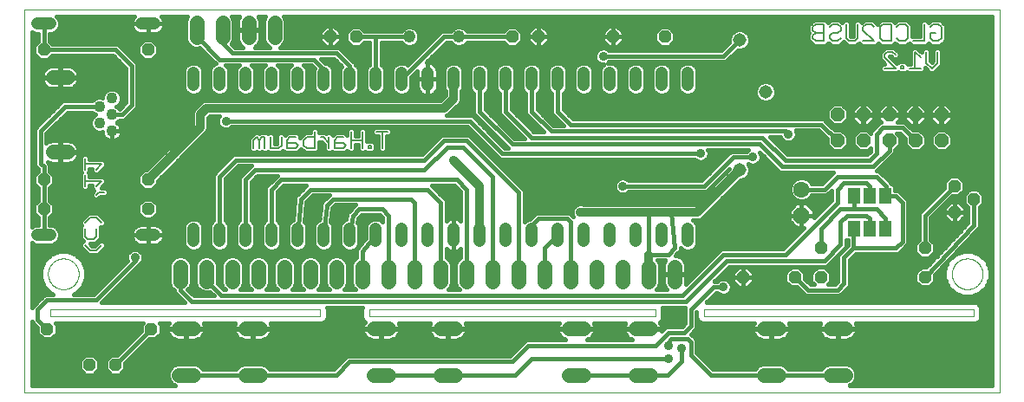
<source format=gbl>
G75*
%MOIN*%
%OFA0B0*%
%FSLAX25Y25*%
%IPPOS*%
%LPD*%
%AMOC8*
5,1,8,0,0,1.08239X$1,22.5*
%
%ADD10C,0.00000*%
%ADD11C,0.00600*%
%ADD12C,0.04800*%
%ADD13OC8,0.04800*%
%ADD14OC8,0.06300*%
%ADD15C,0.06300*%
%ADD16C,0.05600*%
%ADD17C,0.04800*%
%ADD18C,0.05143*%
%ADD19R,0.04600X0.06300*%
%ADD20OC8,0.05200*%
%ADD21C,0.04356*%
%ADD22C,0.01600*%
%ADD23C,0.03200*%
%ADD24C,0.03562*%
D10*
X0002038Y0001200D02*
X0002038Y0148650D01*
X0376959Y0148650D01*
X0376959Y0001200D01*
X0002038Y0001200D01*
X0012018Y0030550D02*
X0012018Y0033050D01*
X0115768Y0033050D01*
X0115768Y0030550D01*
X0012018Y0030550D01*
X0011112Y0046800D02*
X0011114Y0046953D01*
X0011120Y0047107D01*
X0011130Y0047260D01*
X0011144Y0047412D01*
X0011162Y0047565D01*
X0011184Y0047716D01*
X0011209Y0047867D01*
X0011239Y0048018D01*
X0011273Y0048168D01*
X0011310Y0048316D01*
X0011351Y0048464D01*
X0011396Y0048610D01*
X0011445Y0048756D01*
X0011498Y0048900D01*
X0011554Y0049042D01*
X0011614Y0049183D01*
X0011678Y0049323D01*
X0011745Y0049461D01*
X0011816Y0049597D01*
X0011891Y0049731D01*
X0011968Y0049863D01*
X0012050Y0049993D01*
X0012134Y0050121D01*
X0012222Y0050247D01*
X0012313Y0050370D01*
X0012407Y0050491D01*
X0012505Y0050609D01*
X0012605Y0050725D01*
X0012709Y0050838D01*
X0012815Y0050949D01*
X0012924Y0051057D01*
X0013036Y0051162D01*
X0013150Y0051263D01*
X0013268Y0051362D01*
X0013387Y0051458D01*
X0013509Y0051551D01*
X0013634Y0051640D01*
X0013761Y0051727D01*
X0013890Y0051809D01*
X0014021Y0051889D01*
X0014154Y0051965D01*
X0014289Y0052038D01*
X0014426Y0052107D01*
X0014565Y0052172D01*
X0014705Y0052234D01*
X0014847Y0052292D01*
X0014990Y0052347D01*
X0015135Y0052398D01*
X0015281Y0052445D01*
X0015428Y0052488D01*
X0015576Y0052527D01*
X0015725Y0052563D01*
X0015875Y0052594D01*
X0016026Y0052622D01*
X0016177Y0052646D01*
X0016330Y0052666D01*
X0016482Y0052682D01*
X0016635Y0052694D01*
X0016788Y0052702D01*
X0016941Y0052706D01*
X0017095Y0052706D01*
X0017248Y0052702D01*
X0017401Y0052694D01*
X0017554Y0052682D01*
X0017706Y0052666D01*
X0017859Y0052646D01*
X0018010Y0052622D01*
X0018161Y0052594D01*
X0018311Y0052563D01*
X0018460Y0052527D01*
X0018608Y0052488D01*
X0018755Y0052445D01*
X0018901Y0052398D01*
X0019046Y0052347D01*
X0019189Y0052292D01*
X0019331Y0052234D01*
X0019471Y0052172D01*
X0019610Y0052107D01*
X0019747Y0052038D01*
X0019882Y0051965D01*
X0020015Y0051889D01*
X0020146Y0051809D01*
X0020275Y0051727D01*
X0020402Y0051640D01*
X0020527Y0051551D01*
X0020649Y0051458D01*
X0020768Y0051362D01*
X0020886Y0051263D01*
X0021000Y0051162D01*
X0021112Y0051057D01*
X0021221Y0050949D01*
X0021327Y0050838D01*
X0021431Y0050725D01*
X0021531Y0050609D01*
X0021629Y0050491D01*
X0021723Y0050370D01*
X0021814Y0050247D01*
X0021902Y0050121D01*
X0021986Y0049993D01*
X0022068Y0049863D01*
X0022145Y0049731D01*
X0022220Y0049597D01*
X0022291Y0049461D01*
X0022358Y0049323D01*
X0022422Y0049183D01*
X0022482Y0049042D01*
X0022538Y0048900D01*
X0022591Y0048756D01*
X0022640Y0048610D01*
X0022685Y0048464D01*
X0022726Y0048316D01*
X0022763Y0048168D01*
X0022797Y0048018D01*
X0022827Y0047867D01*
X0022852Y0047716D01*
X0022874Y0047565D01*
X0022892Y0047412D01*
X0022906Y0047260D01*
X0022916Y0047107D01*
X0022922Y0046953D01*
X0022924Y0046800D01*
X0022922Y0046647D01*
X0022916Y0046493D01*
X0022906Y0046340D01*
X0022892Y0046188D01*
X0022874Y0046035D01*
X0022852Y0045884D01*
X0022827Y0045733D01*
X0022797Y0045582D01*
X0022763Y0045432D01*
X0022726Y0045284D01*
X0022685Y0045136D01*
X0022640Y0044990D01*
X0022591Y0044844D01*
X0022538Y0044700D01*
X0022482Y0044558D01*
X0022422Y0044417D01*
X0022358Y0044277D01*
X0022291Y0044139D01*
X0022220Y0044003D01*
X0022145Y0043869D01*
X0022068Y0043737D01*
X0021986Y0043607D01*
X0021902Y0043479D01*
X0021814Y0043353D01*
X0021723Y0043230D01*
X0021629Y0043109D01*
X0021531Y0042991D01*
X0021431Y0042875D01*
X0021327Y0042762D01*
X0021221Y0042651D01*
X0021112Y0042543D01*
X0021000Y0042438D01*
X0020886Y0042337D01*
X0020768Y0042238D01*
X0020649Y0042142D01*
X0020527Y0042049D01*
X0020402Y0041960D01*
X0020275Y0041873D01*
X0020146Y0041791D01*
X0020015Y0041711D01*
X0019882Y0041635D01*
X0019747Y0041562D01*
X0019610Y0041493D01*
X0019471Y0041428D01*
X0019331Y0041366D01*
X0019189Y0041308D01*
X0019046Y0041253D01*
X0018901Y0041202D01*
X0018755Y0041155D01*
X0018608Y0041112D01*
X0018460Y0041073D01*
X0018311Y0041037D01*
X0018161Y0041006D01*
X0018010Y0040978D01*
X0017859Y0040954D01*
X0017706Y0040934D01*
X0017554Y0040918D01*
X0017401Y0040906D01*
X0017248Y0040898D01*
X0017095Y0040894D01*
X0016941Y0040894D01*
X0016788Y0040898D01*
X0016635Y0040906D01*
X0016482Y0040918D01*
X0016330Y0040934D01*
X0016177Y0040954D01*
X0016026Y0040978D01*
X0015875Y0041006D01*
X0015725Y0041037D01*
X0015576Y0041073D01*
X0015428Y0041112D01*
X0015281Y0041155D01*
X0015135Y0041202D01*
X0014990Y0041253D01*
X0014847Y0041308D01*
X0014705Y0041366D01*
X0014565Y0041428D01*
X0014426Y0041493D01*
X0014289Y0041562D01*
X0014154Y0041635D01*
X0014021Y0041711D01*
X0013890Y0041791D01*
X0013761Y0041873D01*
X0013634Y0041960D01*
X0013509Y0042049D01*
X0013387Y0042142D01*
X0013268Y0042238D01*
X0013150Y0042337D01*
X0013036Y0042438D01*
X0012924Y0042543D01*
X0012815Y0042651D01*
X0012709Y0042762D01*
X0012605Y0042875D01*
X0012505Y0042991D01*
X0012407Y0043109D01*
X0012313Y0043230D01*
X0012222Y0043353D01*
X0012134Y0043479D01*
X0012050Y0043607D01*
X0011968Y0043737D01*
X0011891Y0043869D01*
X0011816Y0044003D01*
X0011745Y0044139D01*
X0011678Y0044277D01*
X0011614Y0044417D01*
X0011554Y0044558D01*
X0011498Y0044700D01*
X0011445Y0044844D01*
X0011396Y0044990D01*
X0011351Y0045136D01*
X0011310Y0045284D01*
X0011273Y0045432D01*
X0011239Y0045582D01*
X0011209Y0045733D01*
X0011184Y0045884D01*
X0011162Y0046035D01*
X0011144Y0046188D01*
X0011130Y0046340D01*
X0011120Y0046493D01*
X0011114Y0046647D01*
X0011112Y0046800D01*
X0134518Y0033050D02*
X0134518Y0030550D01*
X0244518Y0030550D01*
X0244518Y0033050D01*
X0134518Y0033050D01*
X0263268Y0033050D02*
X0263268Y0030550D01*
X0367018Y0030550D01*
X0367018Y0033050D01*
X0263268Y0033050D01*
X0358612Y0046800D02*
X0358614Y0046953D01*
X0358620Y0047107D01*
X0358630Y0047260D01*
X0358644Y0047412D01*
X0358662Y0047565D01*
X0358684Y0047716D01*
X0358709Y0047867D01*
X0358739Y0048018D01*
X0358773Y0048168D01*
X0358810Y0048316D01*
X0358851Y0048464D01*
X0358896Y0048610D01*
X0358945Y0048756D01*
X0358998Y0048900D01*
X0359054Y0049042D01*
X0359114Y0049183D01*
X0359178Y0049323D01*
X0359245Y0049461D01*
X0359316Y0049597D01*
X0359391Y0049731D01*
X0359468Y0049863D01*
X0359550Y0049993D01*
X0359634Y0050121D01*
X0359722Y0050247D01*
X0359813Y0050370D01*
X0359907Y0050491D01*
X0360005Y0050609D01*
X0360105Y0050725D01*
X0360209Y0050838D01*
X0360315Y0050949D01*
X0360424Y0051057D01*
X0360536Y0051162D01*
X0360650Y0051263D01*
X0360768Y0051362D01*
X0360887Y0051458D01*
X0361009Y0051551D01*
X0361134Y0051640D01*
X0361261Y0051727D01*
X0361390Y0051809D01*
X0361521Y0051889D01*
X0361654Y0051965D01*
X0361789Y0052038D01*
X0361926Y0052107D01*
X0362065Y0052172D01*
X0362205Y0052234D01*
X0362347Y0052292D01*
X0362490Y0052347D01*
X0362635Y0052398D01*
X0362781Y0052445D01*
X0362928Y0052488D01*
X0363076Y0052527D01*
X0363225Y0052563D01*
X0363375Y0052594D01*
X0363526Y0052622D01*
X0363677Y0052646D01*
X0363830Y0052666D01*
X0363982Y0052682D01*
X0364135Y0052694D01*
X0364288Y0052702D01*
X0364441Y0052706D01*
X0364595Y0052706D01*
X0364748Y0052702D01*
X0364901Y0052694D01*
X0365054Y0052682D01*
X0365206Y0052666D01*
X0365359Y0052646D01*
X0365510Y0052622D01*
X0365661Y0052594D01*
X0365811Y0052563D01*
X0365960Y0052527D01*
X0366108Y0052488D01*
X0366255Y0052445D01*
X0366401Y0052398D01*
X0366546Y0052347D01*
X0366689Y0052292D01*
X0366831Y0052234D01*
X0366971Y0052172D01*
X0367110Y0052107D01*
X0367247Y0052038D01*
X0367382Y0051965D01*
X0367515Y0051889D01*
X0367646Y0051809D01*
X0367775Y0051727D01*
X0367902Y0051640D01*
X0368027Y0051551D01*
X0368149Y0051458D01*
X0368268Y0051362D01*
X0368386Y0051263D01*
X0368500Y0051162D01*
X0368612Y0051057D01*
X0368721Y0050949D01*
X0368827Y0050838D01*
X0368931Y0050725D01*
X0369031Y0050609D01*
X0369129Y0050491D01*
X0369223Y0050370D01*
X0369314Y0050247D01*
X0369402Y0050121D01*
X0369486Y0049993D01*
X0369568Y0049863D01*
X0369645Y0049731D01*
X0369720Y0049597D01*
X0369791Y0049461D01*
X0369858Y0049323D01*
X0369922Y0049183D01*
X0369982Y0049042D01*
X0370038Y0048900D01*
X0370091Y0048756D01*
X0370140Y0048610D01*
X0370185Y0048464D01*
X0370226Y0048316D01*
X0370263Y0048168D01*
X0370297Y0048018D01*
X0370327Y0047867D01*
X0370352Y0047716D01*
X0370374Y0047565D01*
X0370392Y0047412D01*
X0370406Y0047260D01*
X0370416Y0047107D01*
X0370422Y0046953D01*
X0370424Y0046800D01*
X0370422Y0046647D01*
X0370416Y0046493D01*
X0370406Y0046340D01*
X0370392Y0046188D01*
X0370374Y0046035D01*
X0370352Y0045884D01*
X0370327Y0045733D01*
X0370297Y0045582D01*
X0370263Y0045432D01*
X0370226Y0045284D01*
X0370185Y0045136D01*
X0370140Y0044990D01*
X0370091Y0044844D01*
X0370038Y0044700D01*
X0369982Y0044558D01*
X0369922Y0044417D01*
X0369858Y0044277D01*
X0369791Y0044139D01*
X0369720Y0044003D01*
X0369645Y0043869D01*
X0369568Y0043737D01*
X0369486Y0043607D01*
X0369402Y0043479D01*
X0369314Y0043353D01*
X0369223Y0043230D01*
X0369129Y0043109D01*
X0369031Y0042991D01*
X0368931Y0042875D01*
X0368827Y0042762D01*
X0368721Y0042651D01*
X0368612Y0042543D01*
X0368500Y0042438D01*
X0368386Y0042337D01*
X0368268Y0042238D01*
X0368149Y0042142D01*
X0368027Y0042049D01*
X0367902Y0041960D01*
X0367775Y0041873D01*
X0367646Y0041791D01*
X0367515Y0041711D01*
X0367382Y0041635D01*
X0367247Y0041562D01*
X0367110Y0041493D01*
X0366971Y0041428D01*
X0366831Y0041366D01*
X0366689Y0041308D01*
X0366546Y0041253D01*
X0366401Y0041202D01*
X0366255Y0041155D01*
X0366108Y0041112D01*
X0365960Y0041073D01*
X0365811Y0041037D01*
X0365661Y0041006D01*
X0365510Y0040978D01*
X0365359Y0040954D01*
X0365206Y0040934D01*
X0365054Y0040918D01*
X0364901Y0040906D01*
X0364748Y0040898D01*
X0364595Y0040894D01*
X0364441Y0040894D01*
X0364288Y0040898D01*
X0364135Y0040906D01*
X0363982Y0040918D01*
X0363830Y0040934D01*
X0363677Y0040954D01*
X0363526Y0040978D01*
X0363375Y0041006D01*
X0363225Y0041037D01*
X0363076Y0041073D01*
X0362928Y0041112D01*
X0362781Y0041155D01*
X0362635Y0041202D01*
X0362490Y0041253D01*
X0362347Y0041308D01*
X0362205Y0041366D01*
X0362065Y0041428D01*
X0361926Y0041493D01*
X0361789Y0041562D01*
X0361654Y0041635D01*
X0361521Y0041711D01*
X0361390Y0041791D01*
X0361261Y0041873D01*
X0361134Y0041960D01*
X0361009Y0042049D01*
X0360887Y0042142D01*
X0360768Y0042238D01*
X0360650Y0042337D01*
X0360536Y0042438D01*
X0360424Y0042543D01*
X0360315Y0042651D01*
X0360209Y0042762D01*
X0360105Y0042875D01*
X0360005Y0042991D01*
X0359907Y0043109D01*
X0359813Y0043230D01*
X0359722Y0043353D01*
X0359634Y0043479D01*
X0359550Y0043607D01*
X0359468Y0043737D01*
X0359391Y0043869D01*
X0359316Y0044003D01*
X0359245Y0044139D01*
X0359178Y0044277D01*
X0359114Y0044417D01*
X0359054Y0044558D01*
X0358998Y0044700D01*
X0358945Y0044844D01*
X0358896Y0044990D01*
X0358851Y0045136D01*
X0358810Y0045284D01*
X0358773Y0045432D01*
X0358739Y0045582D01*
X0358709Y0045733D01*
X0358684Y0045884D01*
X0358662Y0046035D01*
X0358644Y0046188D01*
X0358630Y0046340D01*
X0358620Y0046493D01*
X0358614Y0046647D01*
X0358612Y0046800D01*
D11*
X0350833Y0125850D02*
X0348698Y0127985D01*
X0348698Y0132255D01*
X0346523Y0130120D02*
X0344387Y0132255D01*
X0344387Y0125850D01*
X0342252Y0125850D02*
X0346523Y0125850D01*
X0350833Y0125850D02*
X0352968Y0127985D01*
X0352968Y0132255D01*
X0353465Y0136350D02*
X0351329Y0136350D01*
X0350262Y0137418D01*
X0350262Y0139553D01*
X0352397Y0139553D01*
X0350262Y0141688D02*
X0351329Y0142755D01*
X0353465Y0142755D01*
X0354532Y0141688D01*
X0354532Y0137418D01*
X0353465Y0136350D01*
X0348087Y0136350D02*
X0343816Y0136350D01*
X0341641Y0137418D02*
X0340574Y0136350D01*
X0338438Y0136350D01*
X0337371Y0137418D01*
X0335196Y0136350D02*
X0331993Y0136350D01*
X0330925Y0137418D01*
X0330925Y0141688D01*
X0331993Y0142755D01*
X0335196Y0142755D01*
X0335196Y0136350D01*
X0328750Y0136350D02*
X0324480Y0140620D01*
X0324480Y0141688D01*
X0325547Y0142755D01*
X0327683Y0142755D01*
X0328750Y0141688D01*
X0322305Y0142755D02*
X0322305Y0137418D01*
X0321237Y0136350D01*
X0319102Y0136350D01*
X0318034Y0137418D01*
X0318034Y0142755D01*
X0315859Y0141688D02*
X0314792Y0142755D01*
X0312656Y0142755D01*
X0311589Y0141688D01*
X0312656Y0139553D02*
X0311589Y0138485D01*
X0311589Y0137418D01*
X0312656Y0136350D01*
X0314792Y0136350D01*
X0315859Y0137418D01*
X0314792Y0139553D02*
X0312656Y0139553D01*
X0314792Y0139553D02*
X0315859Y0140620D01*
X0315859Y0141688D01*
X0309414Y0142755D02*
X0306211Y0142755D01*
X0305143Y0141688D01*
X0305143Y0140620D01*
X0306211Y0139553D01*
X0309414Y0139553D01*
X0306211Y0139553D02*
X0305143Y0138485D01*
X0305143Y0137418D01*
X0306211Y0136350D01*
X0309414Y0136350D01*
X0309414Y0142755D01*
X0324480Y0136350D02*
X0328750Y0136350D01*
X0333652Y0132255D02*
X0332584Y0131188D01*
X0332584Y0130120D01*
X0336854Y0125850D01*
X0332584Y0125850D01*
X0339010Y0125850D02*
X0340077Y0125850D01*
X0340077Y0126918D01*
X0339010Y0126918D01*
X0339010Y0125850D01*
X0336854Y0131188D02*
X0335787Y0132255D01*
X0333652Y0132255D01*
X0348087Y0136350D02*
X0348087Y0142755D01*
X0341641Y0141688D02*
X0341641Y0137418D01*
X0341641Y0141688D02*
X0340574Y0142755D01*
X0338438Y0142755D01*
X0337371Y0141688D01*
X0141681Y0101505D02*
X0137410Y0101505D01*
X0139546Y0101505D02*
X0139546Y0095100D01*
X0135235Y0095100D02*
X0135235Y0096168D01*
X0134168Y0096168D01*
X0134168Y0095100D01*
X0135235Y0095100D01*
X0132012Y0095100D02*
X0132012Y0101505D01*
X0127742Y0101505D02*
X0127742Y0095100D01*
X0125567Y0096168D02*
X0124499Y0097235D01*
X0121297Y0097235D01*
X0121297Y0098303D02*
X0121297Y0095100D01*
X0124499Y0095100D01*
X0125567Y0096168D01*
X0127742Y0098303D02*
X0132012Y0098303D01*
X0124499Y0099370D02*
X0122364Y0099370D01*
X0121297Y0098303D01*
X0119121Y0099370D02*
X0119121Y0095100D01*
X0113750Y0095100D02*
X0110547Y0095100D01*
X0109480Y0096168D01*
X0109480Y0098303D01*
X0110547Y0099370D01*
X0113750Y0099370D01*
X0115919Y0099370D02*
X0116986Y0099370D01*
X0119121Y0097235D01*
X0113750Y0095100D02*
X0113750Y0101505D01*
X0106237Y0099370D02*
X0104102Y0099370D01*
X0103034Y0098303D01*
X0103034Y0095100D01*
X0106237Y0095100D01*
X0107305Y0096168D01*
X0106237Y0097235D01*
X0103034Y0097235D01*
X0100859Y0096168D02*
X0099792Y0095100D01*
X0096589Y0095100D01*
X0096589Y0099370D01*
X0094414Y0099370D02*
X0093346Y0099370D01*
X0092279Y0098303D01*
X0091211Y0099370D01*
X0090143Y0098303D01*
X0090143Y0095100D01*
X0092279Y0095100D02*
X0092279Y0098303D01*
X0094414Y0099370D02*
X0094414Y0095100D01*
X0100859Y0096168D02*
X0100859Y0099370D01*
X0031724Y0089040D02*
X0025318Y0089040D01*
X0025318Y0091175D02*
X0025318Y0086904D01*
X0025318Y0084729D02*
X0025318Y0080459D01*
X0025318Y0082594D02*
X0031724Y0082594D01*
X0029588Y0080459D01*
X0030656Y0078304D02*
X0029588Y0077236D01*
X0030656Y0078304D02*
X0032791Y0078304D01*
X0029588Y0086904D02*
X0031724Y0089040D01*
X0029588Y0068629D02*
X0031724Y0066494D01*
X0029588Y0068629D02*
X0027453Y0068629D01*
X0025318Y0066494D01*
X0025318Y0064319D02*
X0025318Y0061116D01*
X0026386Y0060048D01*
X0028521Y0060048D01*
X0029588Y0061116D01*
X0029588Y0064319D01*
X0031724Y0057886D02*
X0029588Y0055751D01*
X0027453Y0055751D01*
X0025318Y0057886D01*
D12*
X0150018Y0138050D03*
X0169018Y0138050D03*
D13*
X0189518Y0138050D03*
X0199518Y0138050D03*
X0228268Y0138050D03*
X0248268Y0138050D03*
X0129518Y0138050D03*
X0119518Y0138050D03*
X0049518Y0133050D03*
X0009518Y0133050D03*
X0009518Y0083050D03*
X0009518Y0071800D03*
X0049518Y0071800D03*
X0049518Y0083050D03*
X0050768Y0025550D03*
X0037018Y0011800D03*
X0027018Y0011800D03*
X0010768Y0025550D03*
X0278268Y0045550D03*
X0298268Y0045550D03*
X0308268Y0045550D03*
X0308268Y0056800D03*
X0348268Y0056800D03*
X0348268Y0045550D03*
X0359518Y0070550D03*
X0367018Y0075550D03*
X0359518Y0080550D03*
D14*
X0300768Y0069300D03*
D15*
X0300768Y0079300D03*
D16*
X0252018Y0049600D02*
X0252018Y0044000D01*
X0242018Y0044000D02*
X0242018Y0049600D01*
X0232018Y0049600D02*
X0232018Y0044000D01*
X0222018Y0044000D02*
X0222018Y0049600D01*
X0212018Y0049600D02*
X0212018Y0044000D01*
X0202018Y0044000D02*
X0202018Y0049600D01*
X0192018Y0049600D02*
X0192018Y0044000D01*
X0182018Y0044000D02*
X0182018Y0049600D01*
X0172018Y0049600D02*
X0172018Y0044000D01*
X0162018Y0044000D02*
X0162018Y0049600D01*
X0152018Y0049600D02*
X0152018Y0044000D01*
X0142018Y0044000D02*
X0142018Y0049600D01*
X0132018Y0049600D02*
X0132018Y0044000D01*
X0122018Y0044000D02*
X0122018Y0049600D01*
X0112018Y0049600D02*
X0112018Y0044000D01*
X0102018Y0044000D02*
X0102018Y0049600D01*
X0092018Y0049600D02*
X0092018Y0044000D01*
X0082018Y0044000D02*
X0082018Y0049600D01*
X0072018Y0049600D02*
X0072018Y0044000D01*
X0062018Y0044000D02*
X0062018Y0049600D01*
X0061418Y0025700D02*
X0067018Y0025700D01*
X0087018Y0025700D02*
X0092618Y0025700D01*
X0092618Y0007900D02*
X0087018Y0007900D01*
X0067018Y0007900D02*
X0061418Y0007900D01*
X0136418Y0007900D02*
X0142018Y0007900D01*
X0162018Y0007900D02*
X0167618Y0007900D01*
X0167618Y0025700D02*
X0162018Y0025700D01*
X0142018Y0025700D02*
X0136418Y0025700D01*
X0211418Y0025700D02*
X0217018Y0025700D01*
X0237018Y0025700D02*
X0242618Y0025700D01*
X0242618Y0007900D02*
X0237018Y0007900D01*
X0217018Y0007900D02*
X0211418Y0007900D01*
X0286418Y0007900D02*
X0292018Y0007900D01*
X0312018Y0007900D02*
X0317618Y0007900D01*
X0317618Y0025700D02*
X0312018Y0025700D01*
X0292018Y0025700D02*
X0286418Y0025700D01*
X0018558Y0093680D02*
X0012958Y0093680D01*
X0012958Y0122420D02*
X0018558Y0122420D01*
X0068268Y0137750D02*
X0068268Y0143350D01*
X0078268Y0143350D02*
X0078268Y0137750D01*
X0088268Y0137750D02*
X0088268Y0143350D01*
X0098268Y0143350D02*
X0098268Y0137750D01*
D17*
X0097018Y0124200D02*
X0097018Y0119400D01*
X0087018Y0119400D02*
X0087018Y0124200D01*
X0077018Y0124200D02*
X0077018Y0119400D01*
X0067018Y0119400D02*
X0067018Y0124200D01*
X0107018Y0124200D02*
X0107018Y0119400D01*
X0117018Y0119400D02*
X0117018Y0124200D01*
X0127018Y0124200D02*
X0127018Y0119400D01*
X0137018Y0119400D02*
X0137018Y0124200D01*
X0147018Y0124200D02*
X0147018Y0119400D01*
X0157018Y0119400D02*
X0157018Y0124200D01*
X0167018Y0124200D02*
X0167018Y0119400D01*
X0177018Y0119400D02*
X0177018Y0124200D01*
X0187018Y0124200D02*
X0187018Y0119400D01*
X0197018Y0119400D02*
X0197018Y0124200D01*
X0207018Y0124200D02*
X0207018Y0119400D01*
X0217018Y0119400D02*
X0217018Y0124200D01*
X0227018Y0124200D02*
X0227018Y0119400D01*
X0237018Y0119400D02*
X0237018Y0124200D01*
X0247018Y0124200D02*
X0247018Y0119400D01*
X0257018Y0119400D02*
X0257018Y0124200D01*
X0257018Y0064200D02*
X0257018Y0059400D01*
X0247018Y0059400D02*
X0247018Y0064200D01*
X0237018Y0064200D02*
X0237018Y0059400D01*
X0227018Y0059400D02*
X0227018Y0064200D01*
X0217018Y0064200D02*
X0217018Y0059400D01*
X0207018Y0059400D02*
X0207018Y0064200D01*
X0197018Y0064200D02*
X0197018Y0059400D01*
X0187018Y0059400D02*
X0187018Y0064200D01*
X0177018Y0064200D02*
X0177018Y0059400D01*
X0167018Y0059400D02*
X0167018Y0064200D01*
X0157018Y0064200D02*
X0157018Y0059400D01*
X0147018Y0059400D02*
X0147018Y0064200D01*
X0137018Y0064200D02*
X0137018Y0059400D01*
X0127018Y0059400D02*
X0127018Y0064200D01*
X0117018Y0064200D02*
X0117018Y0059400D01*
X0107018Y0059400D02*
X0107018Y0064200D01*
X0097018Y0064200D02*
X0097018Y0059400D01*
X0087018Y0059400D02*
X0087018Y0064200D01*
X0077018Y0064200D02*
X0077018Y0059400D01*
X0067018Y0059400D02*
X0067018Y0064200D01*
X0051918Y0061800D02*
X0047118Y0061800D01*
X0011918Y0061800D02*
X0007118Y0061800D01*
X0007118Y0143050D02*
X0011918Y0143050D01*
X0047118Y0143050D02*
X0051918Y0143050D01*
D18*
X0277018Y0136800D03*
X0287018Y0116800D03*
X0277018Y0086800D03*
D19*
X0321018Y0076800D03*
X0327018Y0076800D03*
X0333018Y0076800D03*
X0333018Y0064300D03*
X0327018Y0064300D03*
X0321018Y0064300D03*
D20*
X0324518Y0098050D03*
X0314518Y0098050D03*
X0334518Y0098050D03*
X0344518Y0098050D03*
X0354518Y0098050D03*
X0354518Y0108050D03*
X0344518Y0108050D03*
X0334518Y0108050D03*
X0324518Y0108050D03*
X0314518Y0108050D03*
D21*
X0035640Y0108050D03*
X0030916Y0104900D03*
X0035640Y0101751D03*
X0030916Y0111200D03*
X0035640Y0114349D03*
D22*
X0039218Y0114393D02*
X0041068Y0114393D01*
X0041068Y0115991D02*
X0038833Y0115991D01*
X0038673Y0116376D02*
X0037667Y0117382D01*
X0036352Y0117927D01*
X0034928Y0117927D01*
X0033613Y0117382D01*
X0032607Y0116376D01*
X0032062Y0115061D01*
X0032062Y0114597D01*
X0031627Y0114778D01*
X0030204Y0114778D01*
X0028889Y0114233D01*
X0028056Y0113400D01*
X0016756Y0113400D01*
X0015468Y0112111D01*
X0006068Y0102711D01*
X0006068Y0088389D01*
X0007318Y0087139D01*
X0007318Y0086224D01*
X0005718Y0084624D01*
X0005718Y0081476D01*
X0007318Y0079876D01*
X0007318Y0074974D01*
X0005718Y0073374D01*
X0005718Y0070226D01*
X0007318Y0068626D01*
X0007318Y0065600D01*
X0006362Y0065600D01*
X0004966Y0065021D01*
X0004838Y0064894D01*
X0004838Y0139956D01*
X0004966Y0139829D01*
X0006362Y0139250D01*
X0007318Y0139250D01*
X0007318Y0136224D01*
X0005718Y0134624D01*
X0005718Y0131476D01*
X0007944Y0129250D01*
X0011092Y0129250D01*
X0012692Y0130850D01*
X0036107Y0130850D01*
X0041068Y0125889D01*
X0041068Y0112711D01*
X0038607Y0110250D01*
X0038500Y0110250D01*
X0037667Y0111083D01*
X0037386Y0111200D01*
X0037667Y0111316D01*
X0038673Y0112322D01*
X0039218Y0113637D01*
X0039218Y0115061D01*
X0038673Y0116376D01*
X0037166Y0117590D02*
X0041068Y0117590D01*
X0041068Y0119188D02*
X0021549Y0119188D01*
X0021425Y0119064D02*
X0021914Y0119554D01*
X0022321Y0120114D01*
X0022636Y0120731D01*
X0022850Y0121390D01*
X0022958Y0122074D01*
X0022958Y0122236D01*
X0015943Y0122236D01*
X0015943Y0122604D01*
X0022958Y0122604D01*
X0022958Y0122766D01*
X0022850Y0123450D01*
X0022636Y0124109D01*
X0022321Y0124726D01*
X0021914Y0125286D01*
X0021425Y0125776D01*
X0020864Y0126183D01*
X0020247Y0126498D01*
X0019589Y0126712D01*
X0018905Y0126820D01*
X0015943Y0126820D01*
X0015943Y0122604D01*
X0015574Y0122604D01*
X0015574Y0122236D01*
X0008558Y0122236D01*
X0008558Y0122074D01*
X0008667Y0121390D01*
X0008881Y0120731D01*
X0009195Y0120114D01*
X0009602Y0119554D01*
X0010092Y0119064D01*
X0010652Y0118657D01*
X0011269Y0118342D01*
X0011928Y0118128D01*
X0012612Y0118020D01*
X0015574Y0118020D01*
X0015574Y0122236D01*
X0015943Y0122236D01*
X0015943Y0118020D01*
X0018905Y0118020D01*
X0019589Y0118128D01*
X0020247Y0118342D01*
X0020864Y0118657D01*
X0021425Y0119064D01*
X0022654Y0120787D02*
X0041068Y0120787D01*
X0041068Y0122385D02*
X0015943Y0122385D01*
X0015574Y0122385D02*
X0004838Y0122385D01*
X0004838Y0120787D02*
X0008862Y0120787D01*
X0008558Y0122604D02*
X0015574Y0122604D01*
X0015574Y0126820D01*
X0012612Y0126820D01*
X0011928Y0126712D01*
X0011269Y0126498D01*
X0010652Y0126183D01*
X0010092Y0125776D01*
X0009602Y0125286D01*
X0009195Y0124726D01*
X0008881Y0124109D01*
X0008667Y0123450D01*
X0008558Y0122766D01*
X0008558Y0122604D01*
X0008840Y0123984D02*
X0004838Y0123984D01*
X0004838Y0125582D02*
X0009898Y0125582D01*
X0004838Y0127181D02*
X0039776Y0127181D01*
X0041068Y0125582D02*
X0021618Y0125582D01*
X0022677Y0123984D02*
X0041068Y0123984D01*
X0043268Y0126800D02*
X0043268Y0111800D01*
X0039518Y0108050D01*
X0035640Y0108050D01*
X0040980Y0106400D02*
X0066518Y0106400D01*
X0066518Y0104802D02*
X0037874Y0104802D01*
X0038048Y0104685D02*
X0037596Y0104987D01*
X0037667Y0105017D01*
X0038500Y0105850D01*
X0040429Y0105850D01*
X0041718Y0107139D01*
X0045468Y0110889D01*
X0045468Y0127711D01*
X0044179Y0129000D01*
X0039218Y0133961D01*
X0037929Y0135250D01*
X0012692Y0135250D01*
X0011718Y0136224D01*
X0011718Y0139250D01*
X0012674Y0139250D01*
X0014071Y0139829D01*
X0015140Y0140897D01*
X0015718Y0142294D01*
X0015718Y0143806D01*
X0015140Y0145203D01*
X0014492Y0145850D01*
X0044262Y0145850D01*
X0044011Y0145600D01*
X0043573Y0144945D01*
X0043272Y0144217D01*
X0043118Y0143444D01*
X0043118Y0143050D01*
X0049518Y0143050D01*
X0049518Y0143050D01*
X0043118Y0143050D01*
X0043118Y0142656D01*
X0043272Y0141883D01*
X0043573Y0141155D01*
X0044011Y0140500D01*
X0044568Y0139943D01*
X0045223Y0139505D01*
X0045951Y0139204D01*
X0046724Y0139050D01*
X0049518Y0139050D01*
X0049518Y0143050D01*
X0049518Y0143050D01*
X0049518Y0139050D01*
X0052312Y0139050D01*
X0053085Y0139204D01*
X0053813Y0139505D01*
X0054468Y0139943D01*
X0055025Y0140500D01*
X0055463Y0141155D01*
X0055764Y0141883D01*
X0055918Y0142656D01*
X0055918Y0143050D01*
X0055918Y0143444D01*
X0055764Y0144217D01*
X0055463Y0144945D01*
X0055025Y0145600D01*
X0054775Y0145850D01*
X0064829Y0145850D01*
X0064708Y0145729D01*
X0064068Y0144185D01*
X0064068Y0136915D01*
X0064708Y0135371D01*
X0065889Y0134189D01*
X0067433Y0133550D01*
X0069104Y0133550D01*
X0069495Y0133712D01*
X0074818Y0128389D01*
X0075516Y0127691D01*
X0074866Y0127421D01*
X0073797Y0126353D01*
X0073218Y0124956D01*
X0073218Y0118644D01*
X0073797Y0117247D01*
X0074866Y0116179D01*
X0076262Y0115600D01*
X0077774Y0115600D01*
X0079171Y0116179D01*
X0080240Y0117247D01*
X0080818Y0118644D01*
X0080818Y0124956D01*
X0080240Y0126353D01*
X0079492Y0127100D01*
X0084544Y0127100D01*
X0083797Y0126353D01*
X0083218Y0124956D01*
X0083218Y0118644D01*
X0083797Y0117247D01*
X0084866Y0116179D01*
X0086262Y0115600D01*
X0087774Y0115600D01*
X0089171Y0116179D01*
X0090240Y0117247D01*
X0090818Y0118644D01*
X0090818Y0124956D01*
X0090240Y0126353D01*
X0089492Y0127100D01*
X0094544Y0127100D01*
X0093797Y0126353D01*
X0093218Y0124956D01*
X0093218Y0118644D01*
X0093797Y0117247D01*
X0094866Y0116179D01*
X0096262Y0115600D01*
X0097774Y0115600D01*
X0099171Y0116179D01*
X0100240Y0117247D01*
X0100818Y0118644D01*
X0100818Y0124956D01*
X0100240Y0126353D01*
X0099492Y0127100D01*
X0104544Y0127100D01*
X0103797Y0126353D01*
X0103218Y0124956D01*
X0103218Y0118644D01*
X0103797Y0117247D01*
X0104866Y0116179D01*
X0106262Y0115600D01*
X0107774Y0115600D01*
X0109171Y0116179D01*
X0110240Y0117247D01*
X0110818Y0118644D01*
X0110818Y0124956D01*
X0110240Y0126353D01*
X0109492Y0127100D01*
X0112357Y0127100D01*
X0113594Y0125863D01*
X0113218Y0124956D01*
X0113218Y0118644D01*
X0113797Y0117247D01*
X0114866Y0116179D01*
X0116262Y0115600D01*
X0117774Y0115600D01*
X0119171Y0116179D01*
X0120240Y0117247D01*
X0120818Y0118644D01*
X0120818Y0124956D01*
X0120240Y0126353D01*
X0119171Y0127421D01*
X0117774Y0128000D01*
X0117679Y0128000D01*
X0116079Y0129600D01*
X0121107Y0129600D01*
X0124075Y0126631D01*
X0123797Y0126353D01*
X0123218Y0124956D01*
X0123218Y0118644D01*
X0123797Y0117247D01*
X0124866Y0116179D01*
X0126262Y0115600D01*
X0127774Y0115600D01*
X0129171Y0116179D01*
X0130240Y0117247D01*
X0130818Y0118644D01*
X0130818Y0124956D01*
X0130240Y0126353D01*
X0129218Y0127374D01*
X0129218Y0127711D01*
X0127929Y0129000D01*
X0122929Y0134000D01*
X0100190Y0134000D01*
X0100647Y0134189D01*
X0101829Y0135371D01*
X0102468Y0136915D01*
X0102468Y0144185D01*
X0101829Y0145729D01*
X0101707Y0145850D01*
X0374159Y0145850D01*
X0374159Y0004000D01*
X0319177Y0004000D01*
X0319997Y0004339D01*
X0321179Y0005521D01*
X0321818Y0007065D01*
X0321818Y0008735D01*
X0321179Y0010279D01*
X0319997Y0011461D01*
X0318454Y0012100D01*
X0311183Y0012100D01*
X0309639Y0011461D01*
X0308458Y0010279D01*
X0308383Y0010100D01*
X0295653Y0010100D01*
X0295579Y0010279D01*
X0294397Y0011461D01*
X0292854Y0012100D01*
X0285583Y0012100D01*
X0284039Y0011461D01*
X0282858Y0010279D01*
X0282783Y0010100D01*
X0266829Y0010100D01*
X0260468Y0016461D01*
X0260468Y0021461D01*
X0259218Y0022711D01*
X0258254Y0023675D01*
X0259179Y0024600D01*
X0260468Y0025889D01*
X0260468Y0032139D01*
X0260468Y0029993D01*
X0260894Y0028964D01*
X0261682Y0028176D01*
X0262711Y0027750D01*
X0282524Y0027750D01*
X0282340Y0027389D01*
X0282126Y0026730D01*
X0282018Y0026046D01*
X0282018Y0025900D01*
X0289018Y0025900D01*
X0289018Y0025500D01*
X0282018Y0025500D01*
X0282018Y0025354D01*
X0282126Y0024670D01*
X0282340Y0024011D01*
X0282655Y0023394D01*
X0283062Y0022834D01*
X0283552Y0022344D01*
X0284112Y0021937D01*
X0284729Y0021622D01*
X0285388Y0021408D01*
X0286072Y0021300D01*
X0289018Y0021300D01*
X0289018Y0025500D01*
X0289418Y0025500D01*
X0289418Y0021300D01*
X0292364Y0021300D01*
X0293048Y0021408D01*
X0293707Y0021622D01*
X0294324Y0021937D01*
X0294885Y0022344D01*
X0295374Y0022834D01*
X0295781Y0023394D01*
X0296096Y0024011D01*
X0296310Y0024670D01*
X0296418Y0025354D01*
X0296418Y0025500D01*
X0289418Y0025500D01*
X0289418Y0025900D01*
X0296418Y0025900D01*
X0296418Y0026046D01*
X0296310Y0026730D01*
X0296096Y0027389D01*
X0295912Y0027750D01*
X0308124Y0027750D01*
X0307940Y0027389D01*
X0307726Y0026730D01*
X0307618Y0026046D01*
X0307618Y0025900D01*
X0314618Y0025900D01*
X0314618Y0025500D01*
X0307618Y0025500D01*
X0307618Y0025354D01*
X0307726Y0024670D01*
X0307940Y0024011D01*
X0308255Y0023394D01*
X0308662Y0022834D01*
X0309152Y0022344D01*
X0309712Y0021937D01*
X0310329Y0021622D01*
X0310988Y0021408D01*
X0311672Y0021300D01*
X0314618Y0021300D01*
X0314618Y0025500D01*
X0315018Y0025500D01*
X0315018Y0021300D01*
X0317964Y0021300D01*
X0318648Y0021408D01*
X0319307Y0021622D01*
X0319924Y0021937D01*
X0320485Y0022344D01*
X0320974Y0022834D01*
X0321381Y0023394D01*
X0321696Y0024011D01*
X0321910Y0024670D01*
X0322018Y0025354D01*
X0322018Y0025500D01*
X0315018Y0025500D01*
X0315018Y0025900D01*
X0322018Y0025900D01*
X0322018Y0026046D01*
X0321910Y0026730D01*
X0321696Y0027389D01*
X0321512Y0027750D01*
X0367575Y0027750D01*
X0368604Y0028176D01*
X0369392Y0028964D01*
X0369818Y0029993D01*
X0369818Y0033607D01*
X0369392Y0034636D01*
X0368604Y0035424D01*
X0367575Y0035850D01*
X0264179Y0035850D01*
X0267929Y0039600D01*
X0268469Y0039600D01*
X0268966Y0039103D01*
X0270135Y0038619D01*
X0271401Y0038619D01*
X0272570Y0039103D01*
X0273465Y0039998D01*
X0273949Y0041167D01*
X0273949Y0042433D01*
X0273465Y0043602D01*
X0272570Y0044497D01*
X0271401Y0044981D01*
X0270135Y0044981D01*
X0268966Y0044497D01*
X0268469Y0044000D01*
X0267329Y0044000D01*
X0272929Y0049600D01*
X0310429Y0049600D01*
X0311718Y0050889D01*
X0317968Y0057139D01*
X0317968Y0059920D01*
X0318138Y0059750D01*
X0318568Y0059750D01*
X0318568Y0057711D01*
X0316107Y0055250D01*
X0314818Y0053961D01*
X0314818Y0043961D01*
X0313607Y0042750D01*
X0310842Y0042750D01*
X0312068Y0043976D01*
X0312068Y0047124D01*
X0309842Y0049350D01*
X0306694Y0049350D01*
X0304468Y0047124D01*
X0304468Y0043976D01*
X0305694Y0042750D01*
X0304179Y0042750D01*
X0302068Y0044861D01*
X0302068Y0047124D01*
X0299842Y0049350D01*
X0296694Y0049350D01*
X0294468Y0047124D01*
X0294468Y0043976D01*
X0296694Y0041750D01*
X0298957Y0041750D01*
X0302357Y0038350D01*
X0315429Y0038350D01*
X0316718Y0039639D01*
X0319218Y0042139D01*
X0319218Y0052139D01*
X0321679Y0054600D01*
X0337929Y0054600D01*
X0339218Y0055889D01*
X0341718Y0058389D01*
X0341718Y0075211D01*
X0340429Y0076500D01*
X0337929Y0079000D01*
X0336718Y0079000D01*
X0336718Y0080530D01*
X0335898Y0081350D01*
X0335468Y0081350D01*
X0335468Y0081461D01*
X0334179Y0082750D01*
X0330429Y0086500D01*
X0329829Y0086500D01*
X0330468Y0087139D01*
X0336718Y0093389D01*
X0336718Y0094593D01*
X0338518Y0096393D01*
X0338518Y0099707D01*
X0337375Y0100850D01*
X0338607Y0100850D01*
X0340518Y0098939D01*
X0340518Y0096393D01*
X0342861Y0094050D01*
X0346175Y0094050D01*
X0348518Y0096393D01*
X0348518Y0099707D01*
X0346175Y0102050D01*
X0343629Y0102050D01*
X0340429Y0105250D01*
X0337658Y0105250D01*
X0338718Y0106310D01*
X0338718Y0107950D01*
X0334618Y0107950D01*
X0334618Y0108150D01*
X0334418Y0108150D01*
X0334418Y0107950D01*
X0330318Y0107950D01*
X0330318Y0106310D01*
X0331378Y0105250D01*
X0331107Y0105250D01*
X0329818Y0103961D01*
X0327318Y0101461D01*
X0327318Y0100907D01*
X0326175Y0102050D01*
X0322861Y0102050D01*
X0320518Y0099707D01*
X0320518Y0096393D01*
X0322861Y0094050D01*
X0326175Y0094050D01*
X0327318Y0095193D01*
X0327318Y0093961D01*
X0326107Y0092750D01*
X0295429Y0092750D01*
X0288579Y0099600D01*
X0292718Y0099600D01*
X0293071Y0098748D01*
X0293966Y0097853D01*
X0295135Y0097369D01*
X0296401Y0097369D01*
X0297570Y0097853D01*
X0298465Y0098748D01*
X0298949Y0099917D01*
X0298949Y0101183D01*
X0298569Y0102100D01*
X0307357Y0102100D01*
X0310518Y0098939D01*
X0310518Y0096393D01*
X0312861Y0094050D01*
X0316175Y0094050D01*
X0318518Y0096393D01*
X0318518Y0099707D01*
X0316175Y0102050D01*
X0313629Y0102050D01*
X0310468Y0105211D01*
X0309179Y0106500D01*
X0212929Y0106500D01*
X0209218Y0110211D01*
X0209218Y0116226D01*
X0210240Y0117247D01*
X0210818Y0118644D01*
X0210818Y0124956D01*
X0210240Y0126353D01*
X0209171Y0127421D01*
X0207774Y0128000D01*
X0206262Y0128000D01*
X0204866Y0127421D01*
X0203797Y0126353D01*
X0203218Y0124956D01*
X0203218Y0118644D01*
X0203797Y0117247D01*
X0204818Y0116226D01*
X0204818Y0108389D01*
X0206107Y0107100D01*
X0209207Y0104000D01*
X0205429Y0104000D01*
X0199218Y0110211D01*
X0199218Y0116226D01*
X0200240Y0117247D01*
X0200818Y0118644D01*
X0200818Y0124956D01*
X0200240Y0126353D01*
X0199171Y0127421D01*
X0197774Y0128000D01*
X0196262Y0128000D01*
X0194866Y0127421D01*
X0193797Y0126353D01*
X0193218Y0124956D01*
X0193218Y0118644D01*
X0193797Y0117247D01*
X0194818Y0116226D01*
X0194818Y0108389D01*
X0201707Y0101500D01*
X0197929Y0101500D01*
X0189218Y0110211D01*
X0189218Y0116226D01*
X0190240Y0117247D01*
X0190818Y0118644D01*
X0190818Y0124956D01*
X0190240Y0126353D01*
X0189171Y0127421D01*
X0187774Y0128000D01*
X0186262Y0128000D01*
X0184866Y0127421D01*
X0183797Y0126353D01*
X0183218Y0124956D01*
X0183218Y0118644D01*
X0183797Y0117247D01*
X0184818Y0116226D01*
X0184818Y0108389D01*
X0194207Y0099000D01*
X0190429Y0099000D01*
X0179218Y0110211D01*
X0179218Y0116226D01*
X0180240Y0117247D01*
X0180818Y0118644D01*
X0180818Y0124956D01*
X0180240Y0126353D01*
X0179171Y0127421D01*
X0177774Y0128000D01*
X0176262Y0128000D01*
X0174866Y0127421D01*
X0173797Y0126353D01*
X0173218Y0124956D01*
X0173218Y0118644D01*
X0173797Y0117247D01*
X0174818Y0116226D01*
X0174818Y0108389D01*
X0176107Y0107100D01*
X0187957Y0095250D01*
X0186679Y0095250D01*
X0174179Y0107750D01*
X0164348Y0107750D01*
X0164967Y0108007D01*
X0165811Y0108851D01*
X0169561Y0112601D01*
X0170018Y0113703D01*
X0170018Y0117026D01*
X0170240Y0117247D01*
X0170818Y0118644D01*
X0170818Y0124956D01*
X0170240Y0126353D01*
X0169171Y0127421D01*
X0167774Y0128000D01*
X0166262Y0128000D01*
X0164866Y0127421D01*
X0163797Y0126353D01*
X0163218Y0124956D01*
X0163218Y0118644D01*
X0163797Y0117247D01*
X0164018Y0117026D01*
X0164018Y0115543D01*
X0162025Y0113550D01*
X0071421Y0113550D01*
X0070319Y0113093D01*
X0067819Y0110593D01*
X0066975Y0109749D01*
X0066518Y0108647D01*
X0066518Y0104293D01*
X0049075Y0086850D01*
X0047944Y0086850D01*
X0045718Y0084624D01*
X0045718Y0081476D01*
X0047944Y0079250D01*
X0051092Y0079250D01*
X0053318Y0081476D01*
X0053318Y0082607D01*
X0072061Y0101351D01*
X0072518Y0102453D01*
X0072518Y0106807D01*
X0073261Y0107550D01*
X0077019Y0107550D01*
X0076821Y0107352D01*
X0076337Y0106183D01*
X0076337Y0104917D01*
X0076821Y0103748D01*
X0077716Y0102853D01*
X0078885Y0102369D01*
X0080151Y0102369D01*
X0081320Y0102853D01*
X0081817Y0103350D01*
X0172357Y0103350D01*
X0184857Y0090850D01*
X0259719Y0090850D01*
X0260216Y0090353D01*
X0261385Y0089869D01*
X0262651Y0089869D01*
X0263820Y0090353D01*
X0264715Y0091248D01*
X0265199Y0092417D01*
X0265199Y0093683D01*
X0264819Y0094600D01*
X0280465Y0094600D01*
X0280216Y0094497D01*
X0279719Y0094000D01*
X0273607Y0094000D01*
X0272318Y0092711D01*
X0262357Y0082750D01*
X0234317Y0082750D01*
X0233820Y0083247D01*
X0232651Y0083731D01*
X0231385Y0083731D01*
X0230216Y0083247D01*
X0229321Y0082352D01*
X0228837Y0081183D01*
X0228837Y0079917D01*
X0229321Y0078748D01*
X0230216Y0077853D01*
X0231385Y0077369D01*
X0232651Y0077369D01*
X0233820Y0077853D01*
X0234317Y0078350D01*
X0264179Y0078350D01*
X0273046Y0087217D01*
X0273046Y0087071D01*
X0259525Y0073550D01*
X0216838Y0073550D01*
X0216401Y0073731D01*
X0215135Y0073731D01*
X0213966Y0073247D01*
X0213071Y0072352D01*
X0212587Y0071183D01*
X0212587Y0069917D01*
X0212994Y0068936D01*
X0212968Y0068961D01*
X0211679Y0070250D01*
X0198607Y0070250D01*
X0196357Y0068000D01*
X0196262Y0068000D01*
X0194866Y0067421D01*
X0194218Y0066774D01*
X0194218Y0078961D01*
X0192929Y0080250D01*
X0172929Y0100250D01*
X0162357Y0100250D01*
X0161068Y0098961D01*
X0154857Y0092750D01*
X0082357Y0092750D01*
X0081068Y0091461D01*
X0074818Y0085211D01*
X0074818Y0067374D01*
X0073797Y0066353D01*
X0073218Y0064956D01*
X0073218Y0058644D01*
X0073797Y0057247D01*
X0074866Y0056179D01*
X0076262Y0055600D01*
X0077774Y0055600D01*
X0079171Y0056179D01*
X0080240Y0057247D01*
X0080818Y0058644D01*
X0080818Y0064956D01*
X0080240Y0066353D01*
X0079218Y0067374D01*
X0079218Y0083389D01*
X0084179Y0088350D01*
X0089207Y0088350D01*
X0088568Y0087711D01*
X0084818Y0083961D01*
X0084818Y0067374D01*
X0083797Y0066353D01*
X0083218Y0064956D01*
X0083218Y0058644D01*
X0083797Y0057247D01*
X0084866Y0056179D01*
X0086262Y0055600D01*
X0087774Y0055600D01*
X0089171Y0056179D01*
X0090240Y0057247D01*
X0090818Y0058644D01*
X0090818Y0064956D01*
X0090240Y0066353D01*
X0089218Y0067374D01*
X0089218Y0082139D01*
X0091679Y0084600D01*
X0099207Y0084600D01*
X0098568Y0083961D01*
X0094818Y0080211D01*
X0094818Y0067374D01*
X0093797Y0066353D01*
X0093218Y0064956D01*
X0093218Y0058644D01*
X0093797Y0057247D01*
X0094866Y0056179D01*
X0096262Y0055600D01*
X0097774Y0055600D01*
X0099171Y0056179D01*
X0100240Y0057247D01*
X0100818Y0058644D01*
X0100818Y0064956D01*
X0100240Y0066353D01*
X0099218Y0067374D01*
X0099218Y0078389D01*
X0101679Y0080850D01*
X0110457Y0080850D01*
X0109818Y0080211D01*
X0106783Y0077176D01*
X0106160Y0076657D01*
X0106149Y0076542D01*
X0106068Y0076461D01*
X0106068Y0075650D01*
X0105338Y0067617D01*
X0104866Y0067421D01*
X0103797Y0066353D01*
X0103218Y0064956D01*
X0103218Y0058644D01*
X0103797Y0057247D01*
X0104866Y0056179D01*
X0106262Y0055600D01*
X0107774Y0055600D01*
X0109171Y0056179D01*
X0110240Y0057247D01*
X0110818Y0058644D01*
X0110818Y0064956D01*
X0110240Y0066353D01*
X0109691Y0066901D01*
X0110387Y0074558D01*
X0112929Y0077100D01*
X0119207Y0077100D01*
X0118568Y0076461D01*
X0116799Y0074692D01*
X0116182Y0074199D01*
X0116167Y0074060D01*
X0116068Y0073961D01*
X0116068Y0073172D01*
X0115456Y0067666D01*
X0114866Y0067421D01*
X0113797Y0066353D01*
X0113218Y0064956D01*
X0113218Y0058644D01*
X0113797Y0057247D01*
X0114866Y0056179D01*
X0116262Y0055600D01*
X0117774Y0055600D01*
X0119171Y0056179D01*
X0120240Y0057247D01*
X0120818Y0058644D01*
X0120818Y0064956D01*
X0120240Y0066353D01*
X0119788Y0066804D01*
X0120369Y0072040D01*
X0121679Y0073350D01*
X0129207Y0073350D01*
X0128568Y0072711D01*
X0126841Y0070984D01*
X0126248Y0070561D01*
X0126214Y0070357D01*
X0126068Y0070211D01*
X0126068Y0069482D01*
X0125788Y0067804D01*
X0124866Y0067421D01*
X0123797Y0066353D01*
X0123218Y0064956D01*
X0123218Y0058644D01*
X0123797Y0057247D01*
X0124866Y0056179D01*
X0126262Y0055600D01*
X0127774Y0055600D01*
X0129171Y0056179D01*
X0130240Y0057247D01*
X0130818Y0058644D01*
X0130818Y0064956D01*
X0130240Y0066353D01*
X0130040Y0066552D01*
X0130322Y0068243D01*
X0131679Y0069600D01*
X0138607Y0069600D01*
X0139818Y0068389D01*
X0139818Y0066774D01*
X0139171Y0067421D01*
X0137774Y0068000D01*
X0136262Y0068000D01*
X0134866Y0067421D01*
X0133797Y0066353D01*
X0133218Y0064956D01*
X0133218Y0060572D01*
X0130376Y0057019D01*
X0129818Y0056461D01*
X0129818Y0056322D01*
X0129731Y0056213D01*
X0129818Y0055428D01*
X0129818Y0053235D01*
X0129639Y0053161D01*
X0128458Y0051979D01*
X0127818Y0050435D01*
X0127818Y0043165D01*
X0128458Y0041621D01*
X0129203Y0040875D01*
X0124833Y0040875D01*
X0125579Y0041621D01*
X0126218Y0043165D01*
X0126218Y0050435D01*
X0125579Y0051979D01*
X0124397Y0053161D01*
X0122854Y0053800D01*
X0121183Y0053800D01*
X0119639Y0053161D01*
X0118458Y0051979D01*
X0117818Y0050435D01*
X0117818Y0043165D01*
X0118458Y0041621D01*
X0119203Y0040875D01*
X0114833Y0040875D01*
X0115579Y0041621D01*
X0116218Y0043165D01*
X0116218Y0050435D01*
X0115579Y0051979D01*
X0114397Y0053161D01*
X0112854Y0053800D01*
X0111183Y0053800D01*
X0109639Y0053161D01*
X0108458Y0051979D01*
X0107818Y0050435D01*
X0107818Y0043165D01*
X0108458Y0041621D01*
X0109203Y0040875D01*
X0104833Y0040875D01*
X0105579Y0041621D01*
X0106218Y0043165D01*
X0106218Y0050435D01*
X0105579Y0051979D01*
X0104397Y0053161D01*
X0102854Y0053800D01*
X0101183Y0053800D01*
X0099639Y0053161D01*
X0098458Y0051979D01*
X0097818Y0050435D01*
X0097818Y0043165D01*
X0098458Y0041621D01*
X0099203Y0040875D01*
X0094833Y0040875D01*
X0095579Y0041621D01*
X0096218Y0043165D01*
X0096218Y0050435D01*
X0095579Y0051979D01*
X0094397Y0053161D01*
X0092854Y0053800D01*
X0091183Y0053800D01*
X0089639Y0053161D01*
X0088458Y0051979D01*
X0087818Y0050435D01*
X0087818Y0043165D01*
X0088458Y0041621D01*
X0089203Y0040875D01*
X0084833Y0040875D01*
X0085579Y0041621D01*
X0086218Y0043165D01*
X0086218Y0050435D01*
X0085579Y0051979D01*
X0084397Y0053161D01*
X0082854Y0053800D01*
X0081183Y0053800D01*
X0079639Y0053161D01*
X0078458Y0051979D01*
X0077818Y0050435D01*
X0077818Y0043165D01*
X0078458Y0041621D01*
X0079203Y0040875D01*
X0078555Y0040875D01*
X0076218Y0043211D01*
X0076218Y0050435D01*
X0075579Y0051979D01*
X0074397Y0053161D01*
X0072854Y0053800D01*
X0071183Y0053800D01*
X0069639Y0053161D01*
X0068458Y0051979D01*
X0067818Y0050435D01*
X0067818Y0043165D01*
X0068458Y0041621D01*
X0069639Y0040439D01*
X0071183Y0039800D01*
X0072854Y0039800D01*
X0073245Y0039962D01*
X0074832Y0038375D01*
X0067305Y0038375D01*
X0064819Y0040861D01*
X0069217Y0040861D01*
X0068110Y0042460D02*
X0065926Y0042460D01*
X0066218Y0043165D02*
X0066218Y0050435D01*
X0065579Y0051979D01*
X0064397Y0053161D01*
X0062854Y0053800D01*
X0061183Y0053800D01*
X0059639Y0053161D01*
X0058458Y0051979D01*
X0057818Y0050435D01*
X0057818Y0043165D01*
X0058458Y0041621D01*
X0059639Y0040439D01*
X0059818Y0040365D01*
X0059818Y0039639D01*
X0059818Y0039639D01*
X0059818Y0039639D01*
X0060494Y0038962D01*
X0061107Y0038350D01*
X0063607Y0035850D01*
X0031679Y0035850D01*
X0046085Y0050256D01*
X0046320Y0050353D01*
X0047215Y0051248D01*
X0047699Y0052417D01*
X0047699Y0053683D01*
X0047215Y0054852D01*
X0046320Y0055747D01*
X0045151Y0056231D01*
X0043885Y0056231D01*
X0042716Y0055747D01*
X0041821Y0054852D01*
X0041337Y0053683D01*
X0041337Y0052417D01*
X0041538Y0051931D01*
X0028607Y0039000D01*
X0020936Y0039000D01*
X0021949Y0039420D01*
X0024398Y0041869D01*
X0025724Y0045068D01*
X0025724Y0048532D01*
X0024398Y0051731D01*
X0021949Y0054180D01*
X0018750Y0055505D01*
X0015286Y0055505D01*
X0012087Y0054180D01*
X0009638Y0051731D01*
X0008313Y0048532D01*
X0008313Y0045068D01*
X0009638Y0041869D01*
X0012087Y0039420D01*
X0013100Y0039000D01*
X0009857Y0039000D01*
X0008568Y0037711D01*
X0004838Y0033981D01*
X0004838Y0058706D01*
X0004966Y0058579D01*
X0006362Y0058000D01*
X0012674Y0058000D01*
X0014071Y0058579D01*
X0015140Y0059647D01*
X0015718Y0061044D01*
X0015718Y0062556D01*
X0015140Y0063953D01*
X0014071Y0065021D01*
X0012674Y0065600D01*
X0011718Y0065600D01*
X0011718Y0068626D01*
X0013318Y0070226D01*
X0013318Y0073374D01*
X0011718Y0074974D01*
X0011718Y0079876D01*
X0013318Y0081476D01*
X0013318Y0084624D01*
X0011718Y0086224D01*
X0011718Y0088961D01*
X0010877Y0089802D01*
X0011269Y0089602D01*
X0011928Y0089388D01*
X0012612Y0089280D01*
X0015574Y0089280D01*
X0015574Y0093496D01*
X0015943Y0093496D01*
X0015943Y0093864D01*
X0022958Y0093864D01*
X0022958Y0094026D01*
X0022850Y0094710D01*
X0022636Y0095369D01*
X0022321Y0095986D01*
X0021914Y0096546D01*
X0021425Y0097036D01*
X0020864Y0097443D01*
X0020247Y0097758D01*
X0019589Y0097972D01*
X0018905Y0098080D01*
X0015943Y0098080D01*
X0015943Y0093864D01*
X0015574Y0093864D01*
X0015574Y0098080D01*
X0012612Y0098080D01*
X0011928Y0097972D01*
X0011269Y0097758D01*
X0010652Y0097443D01*
X0010468Y0097309D01*
X0010468Y0100889D01*
X0018579Y0109000D01*
X0028056Y0109000D01*
X0028889Y0108166D01*
X0029170Y0108050D01*
X0028889Y0107934D01*
X0027883Y0106927D01*
X0027338Y0105612D01*
X0027338Y0104189D01*
X0027883Y0102874D01*
X0028889Y0101867D01*
X0030204Y0101322D01*
X0031627Y0101322D01*
X0031862Y0101420D01*
X0031862Y0101379D01*
X0032007Y0100649D01*
X0032292Y0099961D01*
X0032706Y0099342D01*
X0033232Y0098816D01*
X0033851Y0098403D01*
X0034538Y0098118D01*
X0035268Y0097973D01*
X0035640Y0097973D01*
X0035640Y0101751D01*
X0039418Y0101751D01*
X0039418Y0102123D01*
X0039273Y0102853D01*
X0038988Y0103540D01*
X0038575Y0104159D01*
X0038048Y0104685D01*
X0039128Y0103203D02*
X0065429Y0103203D01*
X0063830Y0101605D02*
X0039418Y0101605D01*
X0039418Y0101751D02*
X0035640Y0101751D01*
X0035640Y0101751D01*
X0035640Y0101751D01*
X0035640Y0097973D01*
X0036012Y0097973D01*
X0036742Y0098118D01*
X0037430Y0098403D01*
X0038048Y0098816D01*
X0038575Y0099342D01*
X0038988Y0099961D01*
X0039273Y0100649D01*
X0039418Y0101379D01*
X0039418Y0101751D01*
X0039007Y0100006D02*
X0062232Y0100006D01*
X0060633Y0098408D02*
X0037437Y0098408D01*
X0035640Y0098408D02*
X0035640Y0098408D01*
X0035640Y0100006D02*
X0035640Y0100006D01*
X0035640Y0101605D02*
X0035640Y0101605D01*
X0032274Y0100006D02*
X0010468Y0100006D01*
X0010468Y0098408D02*
X0033843Y0098408D01*
X0029523Y0101605D02*
X0011184Y0101605D01*
X0012783Y0103203D02*
X0027746Y0103203D01*
X0027338Y0104802D02*
X0014381Y0104802D01*
X0015980Y0106400D02*
X0027664Y0106400D01*
X0029046Y0107999D02*
X0017578Y0107999D01*
X0012954Y0109597D02*
X0004838Y0109597D01*
X0004838Y0107999D02*
X0011356Y0107999D01*
X0009757Y0106400D02*
X0004838Y0106400D01*
X0004838Y0104802D02*
X0008159Y0104802D01*
X0006560Y0103203D02*
X0004838Y0103203D01*
X0004838Y0101605D02*
X0006068Y0101605D01*
X0006068Y0100006D02*
X0004838Y0100006D01*
X0004838Y0098408D02*
X0006068Y0098408D01*
X0006068Y0096809D02*
X0004838Y0096809D01*
X0004838Y0095211D02*
X0006068Y0095211D01*
X0006068Y0093612D02*
X0004838Y0093612D01*
X0004838Y0092014D02*
X0006068Y0092014D01*
X0006068Y0090415D02*
X0004838Y0090415D01*
X0004838Y0088817D02*
X0006068Y0088817D01*
X0007239Y0087218D02*
X0004838Y0087218D01*
X0004838Y0085620D02*
X0006714Y0085620D01*
X0005718Y0084021D02*
X0004838Y0084021D01*
X0004838Y0082423D02*
X0005718Y0082423D01*
X0006370Y0080824D02*
X0004838Y0080824D01*
X0004838Y0079226D02*
X0007318Y0079226D01*
X0007318Y0077627D02*
X0004838Y0077627D01*
X0004838Y0076029D02*
X0007318Y0076029D01*
X0006774Y0074430D02*
X0004838Y0074430D01*
X0004838Y0072832D02*
X0005718Y0072832D01*
X0005718Y0071233D02*
X0004838Y0071233D01*
X0004838Y0069634D02*
X0006310Y0069634D01*
X0007318Y0068036D02*
X0004838Y0068036D01*
X0004838Y0066437D02*
X0007318Y0066437D01*
X0011718Y0066437D02*
X0023618Y0066437D01*
X0023618Y0065790D02*
X0024002Y0065406D01*
X0023618Y0065023D01*
X0023618Y0060412D01*
X0024529Y0059501D01*
X0023618Y0058591D01*
X0023618Y0057182D01*
X0025753Y0055047D01*
X0026749Y0054051D01*
X0030293Y0054051D01*
X0033424Y0057182D01*
X0033424Y0058591D01*
X0032428Y0059586D01*
X0031019Y0059586D01*
X0028884Y0057451D01*
X0028157Y0057451D01*
X0027260Y0058348D01*
X0029225Y0058348D01*
X0029923Y0059046D01*
X0030293Y0059416D01*
X0030591Y0059714D01*
X0031288Y0060412D01*
X0031288Y0064794D01*
X0032428Y0064794D01*
X0033424Y0065790D01*
X0033424Y0067198D01*
X0030293Y0070329D01*
X0026749Y0070329D01*
X0025753Y0069333D01*
X0023618Y0067198D01*
X0023618Y0065790D01*
X0023618Y0064839D02*
X0014253Y0064839D01*
X0015435Y0063240D02*
X0023618Y0063240D01*
X0023618Y0061642D02*
X0015718Y0061642D01*
X0015304Y0060043D02*
X0023986Y0060043D01*
X0023618Y0058445D02*
X0013748Y0058445D01*
X0014665Y0055248D02*
X0004838Y0055248D01*
X0004838Y0056846D02*
X0023954Y0056846D01*
X0025552Y0055248D02*
X0019372Y0055248D01*
X0022480Y0053649D02*
X0041337Y0053649D01*
X0041489Y0052051D02*
X0024079Y0052051D01*
X0024928Y0050452D02*
X0040059Y0050452D01*
X0038461Y0048854D02*
X0025590Y0048854D01*
X0025724Y0047255D02*
X0036862Y0047255D01*
X0035264Y0045657D02*
X0025724Y0045657D01*
X0025305Y0044058D02*
X0033665Y0044058D01*
X0032067Y0042460D02*
X0024643Y0042460D01*
X0023391Y0040861D02*
X0030468Y0040861D01*
X0028870Y0039263D02*
X0021570Y0039263D01*
X0029518Y0036800D02*
X0044518Y0051800D01*
X0044518Y0053050D01*
X0047547Y0052051D02*
X0058529Y0052051D01*
X0057825Y0050452D02*
X0046419Y0050452D01*
X0044683Y0048854D02*
X0057818Y0048854D01*
X0057818Y0047255D02*
X0043085Y0047255D01*
X0041486Y0045657D02*
X0057818Y0045657D01*
X0057818Y0044058D02*
X0039888Y0044058D01*
X0038289Y0042460D02*
X0058110Y0042460D01*
X0059217Y0040861D02*
X0036691Y0040861D01*
X0035092Y0039263D02*
X0060194Y0039263D01*
X0061107Y0038350D02*
X0061107Y0038350D01*
X0061793Y0037664D02*
X0033494Y0037664D01*
X0031895Y0036066D02*
X0063391Y0036066D01*
X0066393Y0036175D02*
X0256393Y0036175D01*
X0272018Y0051800D01*
X0309518Y0051800D01*
X0315768Y0058050D01*
X0315768Y0066800D01*
X0318268Y0069300D01*
X0325768Y0069300D01*
X0327018Y0068050D01*
X0327018Y0064300D01*
X0333018Y0064300D02*
X0333018Y0068300D01*
X0329518Y0071800D01*
X0320768Y0071800D01*
X0321018Y0072050D01*
X0321018Y0076800D01*
X0317018Y0081800D02*
X0314518Y0079300D01*
X0314518Y0074300D01*
X0294518Y0054300D01*
X0270768Y0054300D01*
X0255143Y0038675D01*
X0077643Y0038675D01*
X0072018Y0044300D01*
X0072018Y0046800D01*
X0076218Y0047255D02*
X0077818Y0047255D01*
X0077818Y0045657D02*
X0076218Y0045657D01*
X0076218Y0044058D02*
X0077818Y0044058D01*
X0078110Y0042460D02*
X0076970Y0042460D01*
X0073944Y0039263D02*
X0066417Y0039263D01*
X0064819Y0040861D02*
X0065579Y0041621D01*
X0066218Y0043165D01*
X0066218Y0044058D02*
X0067818Y0044058D01*
X0067818Y0045657D02*
X0066218Y0045657D01*
X0066218Y0047255D02*
X0067818Y0047255D01*
X0067818Y0048854D02*
X0066218Y0048854D01*
X0066211Y0050452D02*
X0067825Y0050452D01*
X0068529Y0052051D02*
X0065507Y0052051D01*
X0063217Y0053649D02*
X0070819Y0053649D01*
X0073217Y0053649D02*
X0080819Y0053649D01*
X0083217Y0053649D02*
X0090819Y0053649D01*
X0093217Y0053649D02*
X0100819Y0053649D01*
X0103217Y0053649D02*
X0110819Y0053649D01*
X0113217Y0053649D02*
X0120819Y0053649D01*
X0123217Y0053649D02*
X0129818Y0053649D01*
X0129818Y0055248D02*
X0046819Y0055248D01*
X0047699Y0053649D02*
X0060819Y0053649D01*
X0063797Y0057247D02*
X0064866Y0056179D01*
X0066262Y0055600D01*
X0067774Y0055600D01*
X0069171Y0056179D01*
X0070240Y0057247D01*
X0070818Y0058644D01*
X0070818Y0064956D01*
X0070240Y0066353D01*
X0069171Y0067421D01*
X0067774Y0068000D01*
X0066262Y0068000D01*
X0064866Y0067421D01*
X0063797Y0066353D01*
X0063218Y0064956D01*
X0063218Y0058644D01*
X0063797Y0057247D01*
X0064198Y0056846D02*
X0033088Y0056846D01*
X0033424Y0058445D02*
X0044940Y0058445D01*
X0045223Y0058255D02*
X0045951Y0057954D01*
X0046724Y0057800D01*
X0049518Y0057800D01*
X0049518Y0061800D01*
X0049518Y0061800D01*
X0043118Y0061800D01*
X0043118Y0062194D01*
X0043272Y0062967D01*
X0043573Y0063695D01*
X0044011Y0064350D01*
X0044568Y0064907D01*
X0045223Y0065345D01*
X0045951Y0065646D01*
X0046724Y0065800D01*
X0049518Y0065800D01*
X0049518Y0061800D01*
X0043118Y0061800D01*
X0043118Y0061406D01*
X0043272Y0060633D01*
X0043573Y0059905D01*
X0044011Y0059250D01*
X0044568Y0058693D01*
X0045223Y0058255D01*
X0043516Y0060043D02*
X0030920Y0060043D01*
X0030293Y0059416D02*
X0030293Y0059416D01*
X0029878Y0058445D02*
X0029322Y0058445D01*
X0031288Y0061642D02*
X0043118Y0061642D01*
X0043385Y0063240D02*
X0031288Y0063240D01*
X0032473Y0064839D02*
X0044500Y0064839D01*
X0047908Y0068036D02*
X0032585Y0068036D01*
X0033424Y0066437D02*
X0063882Y0066437D01*
X0063218Y0064839D02*
X0054536Y0064839D01*
X0054468Y0064907D02*
X0053813Y0065345D01*
X0053085Y0065646D01*
X0052312Y0065800D01*
X0049518Y0065800D01*
X0049518Y0061800D01*
X0049518Y0061800D01*
X0049518Y0061800D01*
X0049518Y0057800D01*
X0052312Y0057800D01*
X0053085Y0057954D01*
X0053813Y0058255D01*
X0054468Y0058693D01*
X0055025Y0059250D01*
X0055463Y0059905D01*
X0055764Y0060633D01*
X0055918Y0061406D01*
X0055918Y0061800D01*
X0055918Y0062194D01*
X0055764Y0062967D01*
X0055463Y0063695D01*
X0055025Y0064350D01*
X0054468Y0064907D01*
X0055651Y0063240D02*
X0063218Y0063240D01*
X0063218Y0061642D02*
X0055918Y0061642D01*
X0055918Y0061800D02*
X0049518Y0061800D01*
X0055918Y0061800D01*
X0055520Y0060043D02*
X0063218Y0060043D01*
X0063301Y0058445D02*
X0054097Y0058445D01*
X0049518Y0058445D02*
X0049518Y0058445D01*
X0049518Y0060043D02*
X0049518Y0060043D01*
X0049518Y0061642D02*
X0049518Y0061642D01*
X0049518Y0061800D02*
X0049518Y0061800D01*
X0049518Y0063240D02*
X0049518Y0063240D01*
X0049518Y0064839D02*
X0049518Y0064839D01*
X0047944Y0068000D02*
X0051092Y0068000D01*
X0053318Y0070226D01*
X0053318Y0073374D01*
X0051092Y0075600D01*
X0047944Y0075600D01*
X0045718Y0073374D01*
X0045718Y0070226D01*
X0047944Y0068000D01*
X0046310Y0069634D02*
X0030987Y0069634D01*
X0026055Y0069634D02*
X0012727Y0069634D01*
X0013318Y0071233D02*
X0045718Y0071233D01*
X0045718Y0072832D02*
X0013318Y0072832D01*
X0012262Y0074430D02*
X0046774Y0074430D01*
X0052262Y0074430D02*
X0074818Y0074430D01*
X0074818Y0072832D02*
X0053318Y0072832D01*
X0053318Y0071233D02*
X0074818Y0071233D01*
X0074818Y0069634D02*
X0052727Y0069634D01*
X0051128Y0068036D02*
X0074818Y0068036D01*
X0073882Y0066437D02*
X0070155Y0066437D01*
X0070818Y0064839D02*
X0073218Y0064839D01*
X0073218Y0063240D02*
X0070818Y0063240D01*
X0070818Y0061642D02*
X0073218Y0061642D01*
X0073218Y0060043D02*
X0070818Y0060043D01*
X0070736Y0058445D02*
X0073301Y0058445D01*
X0074198Y0056846D02*
X0069839Y0056846D01*
X0075507Y0052051D02*
X0078529Y0052051D01*
X0077825Y0050452D02*
X0076211Y0050452D01*
X0076218Y0048854D02*
X0077818Y0048854D01*
X0085507Y0052051D02*
X0088529Y0052051D01*
X0087825Y0050452D02*
X0086211Y0050452D01*
X0086218Y0048854D02*
X0087818Y0048854D01*
X0087818Y0047255D02*
X0086218Y0047255D01*
X0086218Y0045657D02*
X0087818Y0045657D01*
X0087818Y0044058D02*
X0086218Y0044058D01*
X0085926Y0042460D02*
X0088110Y0042460D01*
X0095926Y0042460D02*
X0098110Y0042460D01*
X0097818Y0044058D02*
X0096218Y0044058D01*
X0096218Y0045657D02*
X0097818Y0045657D01*
X0097818Y0047255D02*
X0096218Y0047255D01*
X0096218Y0048854D02*
X0097818Y0048854D01*
X0097825Y0050452D02*
X0096211Y0050452D01*
X0095507Y0052051D02*
X0098529Y0052051D01*
X0105507Y0052051D02*
X0108529Y0052051D01*
X0107825Y0050452D02*
X0106211Y0050452D01*
X0106218Y0048854D02*
X0107818Y0048854D01*
X0107818Y0047255D02*
X0106218Y0047255D01*
X0106218Y0045657D02*
X0107818Y0045657D01*
X0107818Y0044058D02*
X0106218Y0044058D01*
X0105926Y0042460D02*
X0108110Y0042460D01*
X0115926Y0042460D02*
X0118110Y0042460D01*
X0117818Y0044058D02*
X0116218Y0044058D01*
X0116218Y0045657D02*
X0117818Y0045657D01*
X0117818Y0047255D02*
X0116218Y0047255D01*
X0116218Y0048854D02*
X0117818Y0048854D01*
X0117825Y0050452D02*
X0116211Y0050452D01*
X0115507Y0052051D02*
X0118529Y0052051D01*
X0125507Y0052051D02*
X0128529Y0052051D01*
X0127825Y0050452D02*
X0126211Y0050452D01*
X0126218Y0048854D02*
X0127818Y0048854D01*
X0127818Y0047255D02*
X0126218Y0047255D01*
X0126218Y0045657D02*
X0127818Y0045657D01*
X0127818Y0044058D02*
X0126218Y0044058D01*
X0125926Y0042460D02*
X0128110Y0042460D01*
X0132018Y0046800D02*
X0132018Y0055550D01*
X0137018Y0061800D01*
X0133218Y0061642D02*
X0130818Y0061642D01*
X0130818Y0063240D02*
X0133218Y0063240D01*
X0133218Y0064839D02*
X0130818Y0064839D01*
X0130155Y0066437D02*
X0133882Y0066437D01*
X0130288Y0068036D02*
X0139818Y0068036D01*
X0142018Y0069300D02*
X0142018Y0046800D01*
X0152018Y0046800D02*
X0152018Y0074300D01*
X0150768Y0075550D01*
X0120768Y0075550D01*
X0118268Y0073050D01*
X0117018Y0061800D01*
X0113218Y0061642D02*
X0110818Y0061642D01*
X0110818Y0063240D02*
X0113218Y0063240D01*
X0113218Y0064839D02*
X0110818Y0064839D01*
X0110155Y0066437D02*
X0113882Y0066437D01*
X0115497Y0068036D02*
X0109794Y0068036D01*
X0109939Y0069634D02*
X0115675Y0069634D01*
X0115853Y0071233D02*
X0110085Y0071233D01*
X0110230Y0072832D02*
X0116030Y0072832D01*
X0116471Y0074430D02*
X0110375Y0074430D01*
X0111858Y0076029D02*
X0118135Y0076029D01*
X0121161Y0072832D02*
X0128688Y0072832D01*
X0128568Y0072711D02*
X0128568Y0072711D01*
X0127090Y0071233D02*
X0120280Y0071233D01*
X0120102Y0069634D02*
X0126068Y0069634D01*
X0125827Y0068036D02*
X0119925Y0068036D01*
X0120155Y0066437D02*
X0123882Y0066437D01*
X0123218Y0064839D02*
X0120818Y0064839D01*
X0120818Y0063240D02*
X0123218Y0063240D01*
X0123218Y0061642D02*
X0120818Y0061642D01*
X0120818Y0060043D02*
X0123218Y0060043D01*
X0123301Y0058445D02*
X0120736Y0058445D01*
X0119839Y0056846D02*
X0124198Y0056846D01*
X0129839Y0056846D02*
X0130203Y0056846D01*
X0130736Y0058445D02*
X0131517Y0058445D01*
X0130818Y0060043D02*
X0132795Y0060043D01*
X0127018Y0061800D02*
X0128268Y0069300D01*
X0130768Y0071800D01*
X0139518Y0071800D01*
X0142018Y0069300D01*
X0157018Y0079300D02*
X0162018Y0074300D01*
X0162018Y0046800D01*
X0166218Y0047255D02*
X0167818Y0047255D01*
X0167818Y0045657D02*
X0166218Y0045657D01*
X0166218Y0044058D02*
X0167818Y0044058D01*
X0167818Y0043165D02*
X0168458Y0041621D01*
X0169203Y0040875D01*
X0164833Y0040875D01*
X0165579Y0041621D01*
X0166218Y0043165D01*
X0166218Y0050435D01*
X0165579Y0051979D01*
X0164397Y0053161D01*
X0164218Y0053235D01*
X0164218Y0056543D01*
X0164468Y0056293D01*
X0165123Y0055855D01*
X0165851Y0055554D01*
X0166624Y0055400D01*
X0167018Y0055400D01*
X0167018Y0061800D01*
X0167018Y0068200D01*
X0166624Y0068200D01*
X0165851Y0068046D01*
X0165123Y0067745D01*
X0164468Y0067307D01*
X0164218Y0067057D01*
X0164218Y0075211D01*
X0162929Y0076500D01*
X0158579Y0080850D01*
X0167357Y0080850D01*
X0169818Y0078389D01*
X0169818Y0067057D01*
X0169568Y0067307D01*
X0168913Y0067745D01*
X0168185Y0068046D01*
X0167412Y0068200D01*
X0167018Y0068200D01*
X0167018Y0061800D01*
X0167018Y0061800D01*
X0167018Y0061800D01*
X0167018Y0055400D01*
X0167412Y0055400D01*
X0168185Y0055554D01*
X0168913Y0055855D01*
X0169568Y0056293D01*
X0169818Y0056543D01*
X0169818Y0053235D01*
X0169639Y0053161D01*
X0168458Y0051979D01*
X0167818Y0050435D01*
X0167818Y0043165D01*
X0168110Y0042460D02*
X0165926Y0042460D01*
X0172018Y0046800D02*
X0172018Y0079300D01*
X0168268Y0083050D01*
X0100768Y0083050D01*
X0097018Y0079300D01*
X0097018Y0061800D01*
X0093218Y0061642D02*
X0090818Y0061642D01*
X0090818Y0063240D02*
X0093218Y0063240D01*
X0093218Y0064839D02*
X0090818Y0064839D01*
X0090155Y0066437D02*
X0093882Y0066437D01*
X0094818Y0068036D02*
X0089218Y0068036D01*
X0089218Y0069634D02*
X0094818Y0069634D01*
X0094818Y0071233D02*
X0089218Y0071233D01*
X0089218Y0072832D02*
X0094818Y0072832D01*
X0094818Y0074430D02*
X0089218Y0074430D01*
X0089218Y0076029D02*
X0094818Y0076029D01*
X0094818Y0077627D02*
X0089218Y0077627D01*
X0089218Y0079226D02*
X0094818Y0079226D01*
X0095431Y0080824D02*
X0089218Y0080824D01*
X0089502Y0082423D02*
X0097029Y0082423D01*
X0098628Y0084021D02*
X0091100Y0084021D01*
X0090768Y0086800D02*
X0155768Y0086800D01*
X0164518Y0095550D01*
X0170768Y0095550D01*
X0182018Y0084300D01*
X0182018Y0046800D01*
X0192018Y0046800D02*
X0192018Y0078050D01*
X0172018Y0098050D01*
X0163268Y0098050D01*
X0155768Y0090550D01*
X0083268Y0090550D01*
X0077018Y0084300D01*
X0077018Y0061800D01*
X0080818Y0061642D02*
X0083218Y0061642D01*
X0083218Y0063240D02*
X0080818Y0063240D01*
X0080818Y0064839D02*
X0083218Y0064839D01*
X0083882Y0066437D02*
X0080155Y0066437D01*
X0079218Y0068036D02*
X0084818Y0068036D01*
X0084818Y0069634D02*
X0079218Y0069634D01*
X0079218Y0071233D02*
X0084818Y0071233D01*
X0084818Y0072832D02*
X0079218Y0072832D01*
X0079218Y0074430D02*
X0084818Y0074430D01*
X0084818Y0076029D02*
X0079218Y0076029D01*
X0079218Y0077627D02*
X0084818Y0077627D01*
X0084818Y0079226D02*
X0079218Y0079226D01*
X0079218Y0080824D02*
X0084818Y0080824D01*
X0084818Y0082423D02*
X0079218Y0082423D01*
X0079850Y0084021D02*
X0084878Y0084021D01*
X0086476Y0085620D02*
X0081449Y0085620D01*
X0083048Y0087218D02*
X0088075Y0087218D01*
X0090768Y0086800D02*
X0087018Y0083050D01*
X0087018Y0061800D01*
X0083218Y0060043D02*
X0080818Y0060043D01*
X0080736Y0058445D02*
X0083301Y0058445D01*
X0084198Y0056846D02*
X0079839Y0056846D01*
X0089839Y0056846D02*
X0094198Y0056846D01*
X0093301Y0058445D02*
X0090736Y0058445D01*
X0090818Y0060043D02*
X0093218Y0060043D01*
X0099839Y0056846D02*
X0104198Y0056846D01*
X0103301Y0058445D02*
X0100736Y0058445D01*
X0100818Y0060043D02*
X0103218Y0060043D01*
X0103218Y0061642D02*
X0100818Y0061642D01*
X0100818Y0063240D02*
X0103218Y0063240D01*
X0103218Y0064839D02*
X0100818Y0064839D01*
X0100155Y0066437D02*
X0103882Y0066437D01*
X0105376Y0068036D02*
X0099218Y0068036D01*
X0099218Y0069634D02*
X0105521Y0069634D01*
X0105667Y0071233D02*
X0099218Y0071233D01*
X0099218Y0072832D02*
X0105812Y0072832D01*
X0105957Y0074430D02*
X0099218Y0074430D01*
X0099218Y0076029D02*
X0106068Y0076029D01*
X0107234Y0077627D02*
X0099218Y0077627D01*
X0100055Y0079226D02*
X0108832Y0079226D01*
X0110431Y0080824D02*
X0101653Y0080824D01*
X0108268Y0075550D02*
X0112018Y0079300D01*
X0157018Y0079300D01*
X0158605Y0080824D02*
X0167383Y0080824D01*
X0168981Y0079226D02*
X0160204Y0079226D01*
X0161802Y0077627D02*
X0169818Y0077627D01*
X0169818Y0076029D02*
X0163401Y0076029D01*
X0164218Y0074430D02*
X0169818Y0074430D01*
X0169818Y0072832D02*
X0164218Y0072832D01*
X0164218Y0071233D02*
X0169818Y0071233D01*
X0169818Y0069634D02*
X0164218Y0069634D01*
X0164218Y0068036D02*
X0165827Y0068036D01*
X0167018Y0068036D02*
X0167018Y0068036D01*
X0168210Y0068036D02*
X0169818Y0068036D01*
X0167018Y0066437D02*
X0167018Y0066437D01*
X0167018Y0064839D02*
X0167018Y0064839D01*
X0167018Y0063240D02*
X0167018Y0063240D01*
X0167018Y0061642D02*
X0167018Y0061642D01*
X0167018Y0060043D02*
X0167018Y0060043D01*
X0167018Y0058445D02*
X0167018Y0058445D01*
X0167018Y0056846D02*
X0167018Y0056846D01*
X0164218Y0055248D02*
X0169818Y0055248D01*
X0169818Y0053649D02*
X0164218Y0053649D01*
X0165507Y0052051D02*
X0168529Y0052051D01*
X0167825Y0050452D02*
X0166211Y0050452D01*
X0166218Y0048854D02*
X0167818Y0048854D01*
X0197018Y0061800D02*
X0197018Y0065550D01*
X0199518Y0068050D01*
X0210768Y0068050D01*
X0212018Y0066800D01*
X0212018Y0046800D01*
X0202018Y0046800D02*
X0202018Y0056800D01*
X0207018Y0061800D01*
X0196393Y0068036D02*
X0194218Y0068036D01*
X0194218Y0069634D02*
X0197991Y0069634D01*
X0194218Y0071233D02*
X0212608Y0071233D01*
X0212704Y0069634D02*
X0212295Y0069634D01*
X0213551Y0072832D02*
X0194218Y0072832D01*
X0194218Y0074430D02*
X0260406Y0074430D01*
X0262004Y0076029D02*
X0194218Y0076029D01*
X0194218Y0077627D02*
X0230762Y0077627D01*
X0229123Y0079226D02*
X0193954Y0079226D01*
X0192355Y0080824D02*
X0228837Y0080824D01*
X0229392Y0082423D02*
X0190757Y0082423D01*
X0189158Y0084021D02*
X0263628Y0084021D01*
X0265226Y0085620D02*
X0187560Y0085620D01*
X0185961Y0087218D02*
X0266825Y0087218D01*
X0268423Y0088817D02*
X0184363Y0088817D01*
X0182764Y0090415D02*
X0260154Y0090415D01*
X0263882Y0090415D02*
X0270022Y0090415D01*
X0271620Y0092014D02*
X0265032Y0092014D01*
X0265199Y0093612D02*
X0273219Y0093612D01*
X0274518Y0091800D02*
X0282018Y0091800D01*
X0284888Y0090415D02*
X0287792Y0090415D01*
X0289390Y0088817D02*
X0283128Y0088817D01*
X0282651Y0088619D02*
X0283820Y0089103D01*
X0284715Y0089998D01*
X0285199Y0091167D01*
X0285199Y0092433D01*
X0284793Y0093414D01*
X0292357Y0085850D01*
X0312957Y0085850D01*
X0312318Y0085211D01*
X0308607Y0081500D01*
X0304782Y0081500D01*
X0304625Y0081877D01*
X0303345Y0083157D01*
X0301673Y0083850D01*
X0299863Y0083850D01*
X0298191Y0083157D01*
X0296911Y0081877D01*
X0296218Y0080205D01*
X0296218Y0078395D01*
X0296911Y0076723D01*
X0298191Y0075443D01*
X0299863Y0074750D01*
X0301673Y0074750D01*
X0303345Y0075443D01*
X0304625Y0076723D01*
X0304782Y0077100D01*
X0310429Y0077100D01*
X0312318Y0078989D01*
X0312318Y0075211D01*
X0305518Y0068411D01*
X0305518Y0069300D01*
X0305518Y0071268D01*
X0302736Y0074050D01*
X0300768Y0074050D01*
X0298801Y0074050D01*
X0296018Y0071268D01*
X0296018Y0069300D01*
X0300768Y0069300D01*
X0300768Y0069300D01*
X0296018Y0069300D01*
X0296018Y0067332D01*
X0298801Y0064550D01*
X0300768Y0064550D01*
X0300768Y0069300D01*
X0300768Y0074050D01*
X0300768Y0069300D01*
X0300768Y0069300D01*
X0300768Y0069300D01*
X0300768Y0064550D01*
X0301657Y0064550D01*
X0293607Y0056500D01*
X0269857Y0056500D01*
X0268568Y0055211D01*
X0256302Y0042945D01*
X0256310Y0042970D01*
X0256418Y0043654D01*
X0256418Y0046600D01*
X0252218Y0046600D01*
X0252218Y0047000D01*
X0256418Y0047000D01*
X0256418Y0049946D01*
X0256310Y0050630D01*
X0256096Y0051289D01*
X0255781Y0051906D01*
X0255374Y0052466D01*
X0254885Y0052956D01*
X0254324Y0053363D01*
X0253707Y0053678D01*
X0253048Y0053892D01*
X0252364Y0054000D01*
X0252329Y0054000D01*
X0253011Y0054681D01*
X0253125Y0054692D01*
X0253644Y0055315D01*
X0254218Y0055889D01*
X0254218Y0056003D01*
X0254292Y0056092D01*
X0254225Y0056819D01*
X0254866Y0056179D01*
X0256262Y0055600D01*
X0257774Y0055600D01*
X0259171Y0056179D01*
X0260240Y0057247D01*
X0260818Y0058644D01*
X0260818Y0064956D01*
X0260240Y0066353D01*
X0259171Y0067421D01*
X0258860Y0067550D01*
X0261365Y0067550D01*
X0262467Y0068007D01*
X0263311Y0068851D01*
X0277289Y0082828D01*
X0277808Y0082828D01*
X0279268Y0083433D01*
X0280385Y0084550D01*
X0280990Y0086010D01*
X0280990Y0087590D01*
X0280393Y0089030D01*
X0281385Y0088619D01*
X0282651Y0088619D01*
X0280908Y0088817D02*
X0280482Y0088817D01*
X0280990Y0087218D02*
X0290989Y0087218D01*
X0293268Y0088050D02*
X0284518Y0096800D01*
X0189518Y0096800D01*
X0177018Y0109300D01*
X0177018Y0121800D01*
X0173218Y0122385D02*
X0170818Y0122385D01*
X0170818Y0120787D02*
X0173218Y0120787D01*
X0173218Y0119188D02*
X0170818Y0119188D01*
X0170381Y0117590D02*
X0173655Y0117590D01*
X0174818Y0115991D02*
X0170018Y0115991D01*
X0170018Y0114393D02*
X0174818Y0114393D01*
X0174818Y0112794D02*
X0169642Y0112794D01*
X0168157Y0111196D02*
X0174818Y0111196D01*
X0174818Y0109597D02*
X0166558Y0109597D01*
X0164948Y0107999D02*
X0175208Y0107999D01*
X0175529Y0106400D02*
X0176807Y0106400D01*
X0177128Y0104802D02*
X0178405Y0104802D01*
X0178726Y0103203D02*
X0180004Y0103203D01*
X0180325Y0101605D02*
X0181602Y0101605D01*
X0181923Y0100006D02*
X0183201Y0100006D01*
X0183522Y0098408D02*
X0184799Y0098408D01*
X0185120Y0096809D02*
X0186398Y0096809D01*
X0189423Y0100006D02*
X0193201Y0100006D01*
X0191602Y0101605D02*
X0187825Y0101605D01*
X0186226Y0103203D02*
X0190004Y0103203D01*
X0188405Y0104802D02*
X0184628Y0104802D01*
X0183029Y0106400D02*
X0186807Y0106400D01*
X0185208Y0107999D02*
X0181431Y0107999D01*
X0179832Y0109597D02*
X0184818Y0109597D01*
X0184818Y0111196D02*
X0179218Y0111196D01*
X0179218Y0112794D02*
X0184818Y0112794D01*
X0184818Y0114393D02*
X0179218Y0114393D01*
X0179218Y0115991D02*
X0184818Y0115991D01*
X0183655Y0117590D02*
X0180381Y0117590D01*
X0180818Y0119188D02*
X0183218Y0119188D01*
X0183218Y0120787D02*
X0180818Y0120787D01*
X0180818Y0122385D02*
X0183218Y0122385D01*
X0183218Y0123984D02*
X0180818Y0123984D01*
X0180559Y0125582D02*
X0183478Y0125582D01*
X0184625Y0127181D02*
X0179411Y0127181D01*
X0174625Y0127181D02*
X0169411Y0127181D01*
X0170559Y0125582D02*
X0173478Y0125582D01*
X0173218Y0123984D02*
X0170818Y0123984D01*
X0164625Y0127181D02*
X0159694Y0127181D01*
X0159568Y0127307D02*
X0158913Y0127745D01*
X0158185Y0128046D01*
X0157412Y0128200D01*
X0157018Y0128200D01*
X0156624Y0128200D01*
X0156506Y0128176D01*
X0164179Y0135850D01*
X0165844Y0135850D01*
X0166866Y0134829D01*
X0168262Y0134250D01*
X0169774Y0134250D01*
X0171171Y0134829D01*
X0172192Y0135850D01*
X0186344Y0135850D01*
X0187944Y0134250D01*
X0191092Y0134250D01*
X0193318Y0136476D01*
X0193318Y0139624D01*
X0191092Y0141850D01*
X0187944Y0141850D01*
X0186344Y0140250D01*
X0172192Y0140250D01*
X0171171Y0141271D01*
X0169774Y0141850D01*
X0168262Y0141850D01*
X0166866Y0141271D01*
X0165844Y0140250D01*
X0162357Y0140250D01*
X0161068Y0138961D01*
X0149349Y0127243D01*
X0149171Y0127421D01*
X0147774Y0128000D01*
X0146262Y0128000D01*
X0144866Y0127421D01*
X0143797Y0126353D01*
X0143218Y0124956D01*
X0143218Y0118644D01*
X0143797Y0117247D01*
X0144866Y0116179D01*
X0146262Y0115600D01*
X0147774Y0115600D01*
X0149171Y0116179D01*
X0150240Y0117247D01*
X0150818Y0118644D01*
X0150818Y0122489D01*
X0153042Y0124712D01*
X0153018Y0124594D01*
X0153018Y0121800D01*
X0157018Y0121800D01*
X0157018Y0121800D01*
X0153018Y0121800D01*
X0153018Y0119006D01*
X0153172Y0118233D01*
X0153473Y0117505D01*
X0153911Y0116850D01*
X0154468Y0116293D01*
X0155123Y0115855D01*
X0155851Y0115554D01*
X0156624Y0115400D01*
X0157018Y0115400D01*
X0157018Y0121800D01*
X0157018Y0128200D01*
X0157018Y0121800D01*
X0157018Y0121800D01*
X0157018Y0121800D01*
X0157018Y0115400D01*
X0157412Y0115400D01*
X0158185Y0115554D01*
X0158913Y0115855D01*
X0159568Y0116293D01*
X0160125Y0116850D01*
X0160563Y0117505D01*
X0160864Y0118233D01*
X0161018Y0119006D01*
X0161018Y0121800D01*
X0161018Y0124594D01*
X0160864Y0125367D01*
X0160563Y0126095D01*
X0160125Y0126750D01*
X0159568Y0127307D01*
X0160775Y0125582D02*
X0163478Y0125582D01*
X0163218Y0123984D02*
X0161018Y0123984D01*
X0161018Y0122385D02*
X0163218Y0122385D01*
X0163218Y0120787D02*
X0161018Y0120787D01*
X0161018Y0121800D02*
X0157018Y0121800D01*
X0161018Y0121800D01*
X0157018Y0121800D02*
X0157018Y0121800D01*
X0157018Y0122385D02*
X0157018Y0122385D01*
X0157018Y0120787D02*
X0157018Y0120787D01*
X0157018Y0119188D02*
X0157018Y0119188D01*
X0157018Y0117590D02*
X0157018Y0117590D01*
X0157018Y0115991D02*
X0157018Y0115991D01*
X0154920Y0115991D02*
X0148719Y0115991D01*
X0150381Y0117590D02*
X0153438Y0117590D01*
X0153018Y0119188D02*
X0150818Y0119188D01*
X0150818Y0120787D02*
X0153018Y0120787D01*
X0153018Y0122385D02*
X0150818Y0122385D01*
X0152313Y0123984D02*
X0153018Y0123984D01*
X0157018Y0123984D02*
X0157018Y0123984D01*
X0157018Y0125582D02*
X0157018Y0125582D01*
X0157018Y0127181D02*
X0157018Y0127181D01*
X0157109Y0128779D02*
X0221808Y0128779D01*
X0221821Y0128748D02*
X0222716Y0127853D01*
X0223885Y0127369D01*
X0224813Y0127369D01*
X0223797Y0126353D01*
X0223218Y0124956D01*
X0223218Y0118644D01*
X0223797Y0117247D01*
X0224866Y0116179D01*
X0226262Y0115600D01*
X0227774Y0115600D01*
X0229171Y0116179D01*
X0230240Y0117247D01*
X0230818Y0118644D01*
X0230818Y0124956D01*
X0230240Y0126353D01*
X0229171Y0127421D01*
X0227774Y0128000D01*
X0226467Y0128000D01*
X0226817Y0128350D01*
X0271679Y0128350D01*
X0276178Y0132849D01*
X0276228Y0132828D01*
X0277808Y0132828D01*
X0279268Y0133433D01*
X0280385Y0134550D01*
X0280990Y0136010D01*
X0280990Y0137590D01*
X0280385Y0139050D01*
X0279268Y0140167D01*
X0277808Y0140772D01*
X0276228Y0140772D01*
X0274768Y0140167D01*
X0273651Y0139050D01*
X0273046Y0137590D01*
X0273046Y0136010D01*
X0273067Y0135960D01*
X0269857Y0132750D01*
X0226817Y0132750D01*
X0226320Y0133247D01*
X0225151Y0133731D01*
X0223885Y0133731D01*
X0222716Y0133247D01*
X0221821Y0132352D01*
X0221337Y0131183D01*
X0221337Y0129917D01*
X0221821Y0128748D01*
X0221337Y0130378D02*
X0158707Y0130378D01*
X0160306Y0131976D02*
X0221666Y0131976D01*
X0223508Y0133575D02*
X0161904Y0133575D01*
X0163503Y0135173D02*
X0166521Y0135173D01*
X0169018Y0138050D02*
X0163268Y0138050D01*
X0147018Y0121800D01*
X0143218Y0122385D02*
X0140818Y0122385D01*
X0140818Y0120787D02*
X0143218Y0120787D01*
X0143218Y0119188D02*
X0140818Y0119188D01*
X0140818Y0118644D02*
X0140240Y0117247D01*
X0139171Y0116179D01*
X0137774Y0115600D01*
X0136262Y0115600D01*
X0134866Y0116179D01*
X0133797Y0117247D01*
X0133218Y0118644D01*
X0133218Y0124956D01*
X0133797Y0126353D01*
X0134818Y0127374D01*
X0134818Y0135850D01*
X0132692Y0135850D01*
X0131092Y0134250D01*
X0127944Y0134250D01*
X0125718Y0136476D01*
X0125718Y0139624D01*
X0127944Y0141850D01*
X0131092Y0141850D01*
X0132692Y0140250D01*
X0146844Y0140250D01*
X0147866Y0141271D01*
X0149262Y0141850D01*
X0150774Y0141850D01*
X0152171Y0141271D01*
X0153240Y0140203D01*
X0153818Y0138806D01*
X0153818Y0137294D01*
X0153240Y0135897D01*
X0152171Y0134829D01*
X0150774Y0134250D01*
X0149262Y0134250D01*
X0147866Y0134829D01*
X0146844Y0135850D01*
X0139218Y0135850D01*
X0139218Y0127374D01*
X0140240Y0126353D01*
X0140818Y0124956D01*
X0140818Y0118644D01*
X0140381Y0117590D02*
X0143655Y0117590D01*
X0145317Y0115991D02*
X0138719Y0115991D01*
X0135317Y0115991D02*
X0128719Y0115991D01*
X0130381Y0117590D02*
X0133655Y0117590D01*
X0133218Y0119188D02*
X0130818Y0119188D01*
X0130818Y0120787D02*
X0133218Y0120787D01*
X0133218Y0122385D02*
X0130818Y0122385D01*
X0130818Y0123984D02*
X0133218Y0123984D01*
X0133478Y0125582D02*
X0130559Y0125582D01*
X0129411Y0127181D02*
X0134625Y0127181D01*
X0134818Y0128779D02*
X0128150Y0128779D01*
X0126551Y0130378D02*
X0134818Y0130378D01*
X0134818Y0131976D02*
X0124953Y0131976D01*
X0123354Y0133575D02*
X0134818Y0133575D01*
X0134818Y0135173D02*
X0132016Y0135173D01*
X0127021Y0135173D02*
X0122298Y0135173D01*
X0121175Y0134050D02*
X0123518Y0136393D01*
X0123518Y0138050D01*
X0123518Y0139707D01*
X0121175Y0142050D01*
X0119518Y0142050D01*
X0117861Y0142050D01*
X0115518Y0139707D01*
X0115518Y0138050D01*
X0119518Y0138050D01*
X0119518Y0138050D01*
X0115518Y0138050D01*
X0115518Y0136393D01*
X0117861Y0134050D01*
X0119518Y0134050D01*
X0119518Y0138050D01*
X0119518Y0142050D01*
X0119518Y0138050D01*
X0119518Y0138050D01*
X0119518Y0138050D01*
X0119518Y0134050D01*
X0121175Y0134050D01*
X0119518Y0135173D02*
X0119518Y0135173D01*
X0119518Y0136772D02*
X0119518Y0136772D01*
X0119518Y0138050D02*
X0119518Y0138050D01*
X0123518Y0138050D01*
X0119518Y0138050D01*
X0119518Y0138370D02*
X0119518Y0138370D01*
X0119518Y0139969D02*
X0119518Y0139969D01*
X0119518Y0141568D02*
X0119518Y0141568D01*
X0117379Y0141568D02*
X0102468Y0141568D01*
X0102468Y0143166D02*
X0304217Y0143166D01*
X0304121Y0143070D02*
X0303443Y0142392D01*
X0303443Y0139916D01*
X0303807Y0139553D01*
X0303443Y0139189D01*
X0303443Y0136713D01*
X0304141Y0136016D01*
X0304439Y0135718D01*
X0304439Y0135718D01*
X0304809Y0135348D01*
X0305507Y0134650D01*
X0310118Y0134650D01*
X0311035Y0135567D01*
X0311255Y0135348D01*
X0311952Y0134650D01*
X0315496Y0134650D01*
X0316947Y0136101D01*
X0317012Y0136036D01*
X0317330Y0135718D01*
X0317330Y0135718D01*
X0317720Y0135328D01*
X0318398Y0134650D01*
X0321941Y0134650D01*
X0322858Y0135567D01*
X0323776Y0134650D01*
X0329454Y0134650D01*
X0330372Y0135567D01*
X0330611Y0135328D01*
X0331289Y0134650D01*
X0335900Y0134650D01*
X0336817Y0135567D01*
X0337056Y0135328D01*
X0337734Y0134650D01*
X0341278Y0134650D01*
X0342195Y0135567D01*
X0343112Y0134650D01*
X0348791Y0134650D01*
X0349708Y0135567D01*
X0349947Y0135328D01*
X0350625Y0134650D01*
X0354169Y0134650D01*
X0355165Y0135646D01*
X0356232Y0136713D01*
X0356232Y0142392D01*
X0355236Y0143388D01*
X0354169Y0144455D01*
X0350625Y0144455D01*
X0349927Y0143758D01*
X0349708Y0143538D01*
X0348791Y0144455D01*
X0347383Y0144455D01*
X0346387Y0143460D01*
X0346387Y0138050D01*
X0343341Y0138050D01*
X0343341Y0142392D01*
X0342345Y0143388D01*
X0341278Y0144455D01*
X0337734Y0144455D01*
X0337037Y0143758D01*
X0336817Y0143538D01*
X0335900Y0144455D01*
X0331289Y0144455D01*
X0330591Y0143758D01*
X0330221Y0143388D01*
X0329923Y0143090D01*
X0329838Y0143004D01*
X0328387Y0144455D01*
X0324843Y0144455D01*
X0324146Y0143758D01*
X0323926Y0143538D01*
X0323009Y0144455D01*
X0321601Y0144455D01*
X0320605Y0143460D01*
X0320605Y0138122D01*
X0320533Y0138050D01*
X0319806Y0138050D01*
X0319734Y0138122D01*
X0319734Y0143460D01*
X0318739Y0144455D01*
X0317330Y0144455D01*
X0316413Y0143538D01*
X0315496Y0144455D01*
X0311952Y0144455D01*
X0311255Y0143758D01*
X0311035Y0143538D01*
X0310118Y0144455D01*
X0305507Y0144455D01*
X0304829Y0143778D01*
X0304439Y0143388D01*
X0304121Y0143070D01*
X0304439Y0143388D02*
X0304439Y0143388D01*
X0303443Y0141568D02*
X0250125Y0141568D01*
X0249842Y0141850D02*
X0252068Y0139624D01*
X0252068Y0136476D01*
X0249842Y0134250D01*
X0246694Y0134250D01*
X0244468Y0136476D01*
X0244468Y0139624D01*
X0246694Y0141850D01*
X0249842Y0141850D01*
X0251723Y0139969D02*
X0274570Y0139969D01*
X0273370Y0138370D02*
X0252068Y0138370D01*
X0252068Y0136772D02*
X0273046Y0136772D01*
X0272280Y0135173D02*
X0250766Y0135173D01*
X0245771Y0135173D02*
X0231048Y0135173D01*
X0229925Y0134050D02*
X0232268Y0136393D01*
X0232268Y0138050D01*
X0232268Y0139707D01*
X0229925Y0142050D01*
X0228268Y0142050D01*
X0226611Y0142050D01*
X0224268Y0139707D01*
X0224268Y0138050D01*
X0228268Y0138050D01*
X0228268Y0138050D01*
X0224268Y0138050D01*
X0224268Y0136393D01*
X0226611Y0134050D01*
X0228268Y0134050D01*
X0228268Y0138050D01*
X0228268Y0142050D01*
X0228268Y0138050D01*
X0228268Y0138050D01*
X0228268Y0138050D01*
X0228268Y0134050D01*
X0229925Y0134050D01*
X0228268Y0135173D02*
X0228268Y0135173D01*
X0228268Y0136772D02*
X0228268Y0136772D01*
X0228268Y0138050D02*
X0228268Y0138050D01*
X0232268Y0138050D01*
X0228268Y0138050D01*
X0228268Y0138370D02*
X0228268Y0138370D01*
X0228268Y0139969D02*
X0228268Y0139969D01*
X0228268Y0141568D02*
X0228268Y0141568D01*
X0226129Y0141568D02*
X0201657Y0141568D01*
X0201175Y0142050D02*
X0199518Y0142050D01*
X0197861Y0142050D01*
X0195518Y0139707D01*
X0195518Y0138050D01*
X0199518Y0138050D01*
X0199518Y0138050D01*
X0195518Y0138050D01*
X0195518Y0136393D01*
X0197861Y0134050D01*
X0199518Y0134050D01*
X0199518Y0138050D01*
X0199518Y0142050D01*
X0199518Y0138050D01*
X0199518Y0138050D01*
X0199518Y0138050D01*
X0199518Y0134050D01*
X0201175Y0134050D01*
X0203518Y0136393D01*
X0203518Y0138050D01*
X0203518Y0139707D01*
X0201175Y0142050D01*
X0199518Y0141568D02*
X0199518Y0141568D01*
X0199518Y0139969D02*
X0199518Y0139969D01*
X0199518Y0138370D02*
X0199518Y0138370D01*
X0199518Y0138050D02*
X0203518Y0138050D01*
X0199518Y0138050D01*
X0199518Y0138050D01*
X0199518Y0136772D02*
X0199518Y0136772D01*
X0199518Y0135173D02*
X0199518Y0135173D01*
X0196738Y0135173D02*
X0192016Y0135173D01*
X0193318Y0136772D02*
X0195518Y0136772D01*
X0195518Y0138370D02*
X0193318Y0138370D01*
X0192973Y0139969D02*
X0195780Y0139969D01*
X0197379Y0141568D02*
X0191375Y0141568D01*
X0187662Y0141568D02*
X0170456Y0141568D01*
X0167580Y0141568D02*
X0151456Y0141568D01*
X0153336Y0139969D02*
X0162076Y0139969D01*
X0161068Y0138961D02*
X0161068Y0138961D01*
X0160477Y0138370D02*
X0153818Y0138370D01*
X0153602Y0136772D02*
X0158879Y0136772D01*
X0157280Y0135173D02*
X0152516Y0135173D01*
X0155682Y0133575D02*
X0139218Y0133575D01*
X0139218Y0135173D02*
X0147521Y0135173D01*
X0150018Y0138050D02*
X0137018Y0138050D01*
X0137018Y0121800D01*
X0140818Y0123984D02*
X0143218Y0123984D01*
X0143478Y0125582D02*
X0140559Y0125582D01*
X0139411Y0127181D02*
X0144625Y0127181D01*
X0139218Y0128779D02*
X0150886Y0128779D01*
X0152485Y0130378D02*
X0139218Y0130378D01*
X0139218Y0131976D02*
X0154083Y0131976D01*
X0150768Y0138050D02*
X0150018Y0138050D01*
X0148580Y0141568D02*
X0131375Y0141568D01*
X0127662Y0141568D02*
X0121657Y0141568D01*
X0123256Y0139969D02*
X0126063Y0139969D01*
X0125718Y0138370D02*
X0123518Y0138370D01*
X0123518Y0136772D02*
X0125718Y0136772D01*
X0129518Y0138050D02*
X0137018Y0138050D01*
X0127018Y0126800D02*
X0122018Y0131800D01*
X0082018Y0131800D01*
X0078268Y0135550D01*
X0078268Y0140550D01*
X0082468Y0139969D02*
X0083868Y0139969D01*
X0083868Y0140350D02*
X0083868Y0137404D01*
X0083976Y0136720D01*
X0084190Y0136061D01*
X0084505Y0135444D01*
X0084912Y0134884D01*
X0085402Y0134394D01*
X0085944Y0134000D01*
X0082929Y0134000D01*
X0081694Y0135236D01*
X0081829Y0135371D01*
X0082468Y0136915D01*
X0082468Y0144185D01*
X0081829Y0145729D01*
X0081707Y0145850D01*
X0084646Y0145850D01*
X0084505Y0145656D01*
X0084190Y0145039D01*
X0083976Y0144380D01*
X0083868Y0143696D01*
X0083868Y0140750D01*
X0088068Y0140750D01*
X0088068Y0140350D01*
X0083868Y0140350D01*
X0083868Y0141568D02*
X0082468Y0141568D01*
X0082468Y0143166D02*
X0083868Y0143166D01*
X0084101Y0144765D02*
X0082228Y0144765D01*
X0088468Y0140750D02*
X0092668Y0140750D01*
X0092668Y0143696D01*
X0092560Y0144380D01*
X0092346Y0145039D01*
X0092031Y0145656D01*
X0091890Y0145850D01*
X0094829Y0145850D01*
X0094708Y0145729D01*
X0094068Y0144185D01*
X0094068Y0136915D01*
X0094708Y0135371D01*
X0095889Y0134189D01*
X0096346Y0134000D01*
X0090592Y0134000D01*
X0091135Y0134394D01*
X0091624Y0134884D01*
X0092031Y0135444D01*
X0092346Y0136061D01*
X0092560Y0136720D01*
X0092668Y0137404D01*
X0092668Y0140350D01*
X0088468Y0140350D01*
X0088468Y0140750D01*
X0092668Y0139969D02*
X0094068Y0139969D01*
X0094068Y0138370D02*
X0092668Y0138370D01*
X0092568Y0136772D02*
X0094127Y0136772D01*
X0094905Y0135173D02*
X0091835Y0135173D01*
X0084701Y0135173D02*
X0081756Y0135173D01*
X0082409Y0136772D02*
X0083968Y0136772D01*
X0083868Y0138370D02*
X0082468Y0138370D01*
X0077018Y0129300D02*
X0068268Y0138050D01*
X0068268Y0140550D01*
X0064068Y0139969D02*
X0054494Y0139969D01*
X0055634Y0141568D02*
X0064068Y0141568D01*
X0064068Y0143166D02*
X0055918Y0143166D01*
X0055918Y0143050D02*
X0049518Y0143050D01*
X0049518Y0143050D01*
X0055918Y0143050D01*
X0055537Y0144765D02*
X0064308Y0144765D01*
X0049518Y0141568D02*
X0049518Y0141568D01*
X0049518Y0139969D02*
X0049518Y0139969D01*
X0047944Y0136850D02*
X0045718Y0134624D01*
X0045718Y0131476D01*
X0047944Y0129250D01*
X0051092Y0129250D01*
X0053318Y0131476D01*
X0053318Y0134624D01*
X0051092Y0136850D01*
X0047944Y0136850D01*
X0047866Y0136772D02*
X0011718Y0136772D01*
X0011718Y0138370D02*
X0064068Y0138370D01*
X0064127Y0136772D02*
X0051170Y0136772D01*
X0052769Y0135173D02*
X0064905Y0135173D01*
X0067372Y0133575D02*
X0053318Y0133575D01*
X0053318Y0131976D02*
X0071230Y0131976D01*
X0072829Y0130378D02*
X0052220Y0130378D01*
X0046816Y0130378D02*
X0042801Y0130378D01*
X0041203Y0131976D02*
X0045718Y0131976D01*
X0045718Y0133575D02*
X0039604Y0133575D01*
X0038006Y0135173D02*
X0046268Y0135173D01*
X0044542Y0139969D02*
X0014211Y0139969D01*
X0015417Y0141568D02*
X0043403Y0141568D01*
X0043118Y0143166D02*
X0015718Y0143166D01*
X0015321Y0144765D02*
X0043499Y0144765D01*
X0037018Y0133050D02*
X0009518Y0133050D01*
X0009518Y0143050D01*
X0007318Y0138370D02*
X0004838Y0138370D01*
X0004838Y0136772D02*
X0007318Y0136772D01*
X0006268Y0135173D02*
X0004838Y0135173D01*
X0004838Y0133575D02*
X0005718Y0133575D01*
X0005718Y0131976D02*
X0004838Y0131976D01*
X0004838Y0130378D02*
X0006816Y0130378D01*
X0004838Y0128779D02*
X0038177Y0128779D01*
X0036579Y0130378D02*
X0012220Y0130378D01*
X0015574Y0125582D02*
X0015943Y0125582D01*
X0015943Y0123984D02*
X0015574Y0123984D01*
X0015574Y0120787D02*
X0015943Y0120787D01*
X0015943Y0119188D02*
X0015574Y0119188D01*
X0009967Y0119188D02*
X0004838Y0119188D01*
X0004838Y0117590D02*
X0034114Y0117590D01*
X0032448Y0115991D02*
X0004838Y0115991D01*
X0004838Y0114393D02*
X0029275Y0114393D01*
X0030916Y0111200D02*
X0017668Y0111200D01*
X0008268Y0101800D01*
X0008268Y0089300D01*
X0009518Y0088050D01*
X0009518Y0083050D01*
X0009518Y0071800D01*
X0009518Y0061800D01*
X0005288Y0058445D02*
X0004838Y0058445D01*
X0004838Y0053649D02*
X0011556Y0053649D01*
X0009958Y0052051D02*
X0004838Y0052051D01*
X0004838Y0050452D02*
X0009108Y0050452D01*
X0008446Y0048854D02*
X0004838Y0048854D01*
X0004838Y0047255D02*
X0008313Y0047255D01*
X0008313Y0045657D02*
X0004838Y0045657D01*
X0004838Y0044058D02*
X0008731Y0044058D01*
X0009393Y0042460D02*
X0004838Y0042460D01*
X0004838Y0040861D02*
X0010645Y0040861D01*
X0012466Y0039263D02*
X0004838Y0039263D01*
X0004838Y0037664D02*
X0008521Y0037664D01*
X0006923Y0036066D02*
X0004838Y0036066D01*
X0004838Y0034467D02*
X0005324Y0034467D01*
X0007018Y0033050D02*
X0010768Y0036800D01*
X0029518Y0036800D01*
X0014568Y0027124D02*
X0013942Y0027750D01*
X0047594Y0027750D01*
X0046968Y0027124D01*
X0046968Y0024861D01*
X0037707Y0015600D01*
X0035444Y0015600D01*
X0033218Y0013374D01*
X0033218Y0010226D01*
X0035444Y0008000D01*
X0038592Y0008000D01*
X0040818Y0010226D01*
X0040818Y0012489D01*
X0050080Y0021750D01*
X0052342Y0021750D01*
X0054568Y0023976D01*
X0054568Y0027124D01*
X0053942Y0027750D01*
X0057524Y0027750D01*
X0057340Y0027389D01*
X0057126Y0026730D01*
X0057018Y0026046D01*
X0057018Y0025900D01*
X0064018Y0025900D01*
X0064018Y0025500D01*
X0057018Y0025500D01*
X0057018Y0025354D01*
X0057126Y0024670D01*
X0057340Y0024011D01*
X0057655Y0023394D01*
X0058062Y0022834D01*
X0058552Y0022344D01*
X0059112Y0021937D01*
X0059729Y0021622D01*
X0060388Y0021408D01*
X0061072Y0021300D01*
X0064018Y0021300D01*
X0064018Y0025500D01*
X0064418Y0025500D01*
X0064418Y0021300D01*
X0067364Y0021300D01*
X0068048Y0021408D01*
X0068707Y0021622D01*
X0069324Y0021937D01*
X0069885Y0022344D01*
X0070374Y0022834D01*
X0070781Y0023394D01*
X0071096Y0024011D01*
X0071310Y0024670D01*
X0071418Y0025354D01*
X0071418Y0025500D01*
X0064418Y0025500D01*
X0064418Y0025900D01*
X0071418Y0025900D01*
X0071418Y0026046D01*
X0071310Y0026730D01*
X0071096Y0027389D01*
X0070912Y0027750D01*
X0083124Y0027750D01*
X0082940Y0027389D01*
X0082726Y0026730D01*
X0082618Y0026046D01*
X0082618Y0025900D01*
X0089618Y0025900D01*
X0089618Y0025500D01*
X0082618Y0025500D01*
X0082618Y0025354D01*
X0082726Y0024670D01*
X0082940Y0024011D01*
X0083255Y0023394D01*
X0083662Y0022834D01*
X0084152Y0022344D01*
X0084712Y0021937D01*
X0085329Y0021622D01*
X0085988Y0021408D01*
X0086672Y0021300D01*
X0089618Y0021300D01*
X0089618Y0025500D01*
X0090018Y0025500D01*
X0090018Y0021300D01*
X0092964Y0021300D01*
X0093648Y0021408D01*
X0094307Y0021622D01*
X0094924Y0021937D01*
X0095485Y0022344D01*
X0095974Y0022834D01*
X0096381Y0023394D01*
X0096696Y0024011D01*
X0096910Y0024670D01*
X0097018Y0025354D01*
X0097018Y0025500D01*
X0090018Y0025500D01*
X0090018Y0025900D01*
X0097018Y0025900D01*
X0097018Y0026046D01*
X0096910Y0026730D01*
X0096696Y0027389D01*
X0096512Y0027750D01*
X0116325Y0027750D01*
X0117354Y0028176D01*
X0118142Y0028964D01*
X0118568Y0029993D01*
X0118568Y0033607D01*
X0118416Y0033975D01*
X0131871Y0033975D01*
X0131718Y0033607D01*
X0131718Y0029993D01*
X0132144Y0028964D01*
X0132843Y0028265D01*
X0132655Y0028006D01*
X0132340Y0027389D01*
X0132126Y0026730D01*
X0132018Y0026046D01*
X0132018Y0025900D01*
X0139018Y0025900D01*
X0139018Y0025500D01*
X0132018Y0025500D01*
X0132018Y0025354D01*
X0132126Y0024670D01*
X0132340Y0024011D01*
X0132655Y0023394D01*
X0133062Y0022834D01*
X0133552Y0022344D01*
X0134112Y0021937D01*
X0134729Y0021622D01*
X0135388Y0021408D01*
X0136072Y0021300D01*
X0139018Y0021300D01*
X0139018Y0025500D01*
X0139418Y0025500D01*
X0139418Y0021300D01*
X0142364Y0021300D01*
X0143048Y0021408D01*
X0143707Y0021622D01*
X0144324Y0021937D01*
X0144885Y0022344D01*
X0145374Y0022834D01*
X0145781Y0023394D01*
X0146096Y0024011D01*
X0146310Y0024670D01*
X0146418Y0025354D01*
X0146418Y0025500D01*
X0139418Y0025500D01*
X0139418Y0025900D01*
X0146418Y0025900D01*
X0146418Y0026046D01*
X0146310Y0026730D01*
X0146096Y0027389D01*
X0145912Y0027750D01*
X0158124Y0027750D01*
X0157940Y0027389D01*
X0157726Y0026730D01*
X0157618Y0026046D01*
X0157618Y0025900D01*
X0164618Y0025900D01*
X0164618Y0025500D01*
X0157618Y0025500D01*
X0157618Y0025354D01*
X0157726Y0024670D01*
X0157940Y0024011D01*
X0158255Y0023394D01*
X0158662Y0022834D01*
X0159152Y0022344D01*
X0159712Y0021937D01*
X0160329Y0021622D01*
X0160988Y0021408D01*
X0161672Y0021300D01*
X0164618Y0021300D01*
X0164618Y0025500D01*
X0165018Y0025500D01*
X0165018Y0021300D01*
X0167964Y0021300D01*
X0168648Y0021408D01*
X0169307Y0021622D01*
X0169924Y0021937D01*
X0170485Y0022344D01*
X0170974Y0022834D01*
X0171381Y0023394D01*
X0171696Y0024011D01*
X0171910Y0024670D01*
X0172018Y0025354D01*
X0172018Y0025500D01*
X0165018Y0025500D01*
X0165018Y0025900D01*
X0172018Y0025900D01*
X0172018Y0026046D01*
X0171910Y0026730D01*
X0171696Y0027389D01*
X0171512Y0027750D01*
X0207524Y0027750D01*
X0207340Y0027389D01*
X0207126Y0026730D01*
X0207018Y0026046D01*
X0207018Y0025900D01*
X0214018Y0025900D01*
X0214018Y0025500D01*
X0207018Y0025500D01*
X0207018Y0025354D01*
X0207126Y0024670D01*
X0207340Y0024011D01*
X0207655Y0023394D01*
X0208062Y0022834D01*
X0208552Y0022344D01*
X0209112Y0021937D01*
X0209729Y0021622D01*
X0210106Y0021500D01*
X0194857Y0021500D01*
X0193568Y0020211D01*
X0188607Y0015250D01*
X0126107Y0015250D01*
X0124818Y0013961D01*
X0120957Y0010100D01*
X0096253Y0010100D01*
X0096179Y0010279D01*
X0094997Y0011461D01*
X0093454Y0012100D01*
X0086183Y0012100D01*
X0084639Y0011461D01*
X0083458Y0010279D01*
X0083383Y0010100D01*
X0070653Y0010100D01*
X0070579Y0010279D01*
X0069397Y0011461D01*
X0067854Y0012100D01*
X0060583Y0012100D01*
X0059039Y0011461D01*
X0057858Y0010279D01*
X0057218Y0008735D01*
X0057218Y0007065D01*
X0057858Y0005521D01*
X0059039Y0004339D01*
X0059859Y0004000D01*
X0004838Y0004000D01*
X0004838Y0028369D01*
X0006107Y0027100D01*
X0006968Y0026239D01*
X0006968Y0023976D01*
X0009194Y0021750D01*
X0012342Y0021750D01*
X0014568Y0023976D01*
X0014568Y0027124D01*
X0014568Y0026475D02*
X0046968Y0026475D01*
X0046968Y0024876D02*
X0014568Y0024876D01*
X0013870Y0023278D02*
X0045385Y0023278D01*
X0043786Y0021679D02*
X0004838Y0021679D01*
X0004838Y0020081D02*
X0042188Y0020081D01*
X0040589Y0018482D02*
X0004838Y0018482D01*
X0004838Y0016884D02*
X0038991Y0016884D01*
X0035129Y0015285D02*
X0028907Y0015285D01*
X0028592Y0015600D02*
X0025444Y0015600D01*
X0023218Y0013374D01*
X0023218Y0010226D01*
X0025444Y0008000D01*
X0028592Y0008000D01*
X0030818Y0010226D01*
X0030818Y0013374D01*
X0028592Y0015600D01*
X0030505Y0013687D02*
X0033531Y0013687D01*
X0033218Y0012088D02*
X0030818Y0012088D01*
X0030818Y0010490D02*
X0033218Y0010490D01*
X0034553Y0008891D02*
X0029483Y0008891D01*
X0024553Y0008891D02*
X0004838Y0008891D01*
X0004838Y0007293D02*
X0057218Y0007293D01*
X0057283Y0008891D02*
X0039483Y0008891D01*
X0040818Y0010490D02*
X0058068Y0010490D01*
X0060554Y0012088D02*
X0040818Y0012088D01*
X0042016Y0013687D02*
X0124543Y0013687D01*
X0122945Y0012088D02*
X0093482Y0012088D01*
X0095968Y0010490D02*
X0121346Y0010490D01*
X0121868Y0007900D02*
X0127018Y0013050D01*
X0189518Y0013050D01*
X0195768Y0019300D01*
X0244518Y0019300D01*
X0249518Y0024300D01*
X0255768Y0024300D01*
X0258268Y0026800D01*
X0258268Y0033050D01*
X0267018Y0041800D01*
X0270768Y0041800D01*
X0273822Y0040861D02*
X0299846Y0040861D01*
X0301444Y0039263D02*
X0272730Y0039263D01*
X0268807Y0039263D02*
X0267592Y0039263D01*
X0265994Y0037664D02*
X0374159Y0037664D01*
X0374159Y0036066D02*
X0264395Y0036066D01*
X0256082Y0033975D02*
X0256068Y0033961D01*
X0256068Y0027711D01*
X0254857Y0026500D01*
X0248607Y0026500D01*
X0247318Y0025211D01*
X0246935Y0024828D01*
X0247018Y0025354D01*
X0247018Y0025500D01*
X0240018Y0025500D01*
X0240018Y0025900D01*
X0247018Y0025900D01*
X0247018Y0026046D01*
X0246910Y0026730D01*
X0246696Y0027389D01*
X0246381Y0028006D01*
X0246193Y0028265D01*
X0246892Y0028964D01*
X0247318Y0029993D01*
X0247318Y0033607D01*
X0247166Y0033975D01*
X0256082Y0033975D01*
X0256068Y0032869D02*
X0247318Y0032869D01*
X0247318Y0031270D02*
X0256068Y0031270D01*
X0256068Y0029672D02*
X0247185Y0029672D01*
X0246333Y0028073D02*
X0256068Y0028073D01*
X0260468Y0028073D02*
X0261931Y0028073D01*
X0260468Y0026475D02*
X0282086Y0026475D01*
X0282094Y0024876D02*
X0259456Y0024876D01*
X0258652Y0023278D02*
X0282739Y0023278D01*
X0284618Y0021679D02*
X0260250Y0021679D01*
X0260468Y0020081D02*
X0374159Y0020081D01*
X0374159Y0021679D02*
X0319419Y0021679D01*
X0321297Y0023278D02*
X0374159Y0023278D01*
X0374159Y0024876D02*
X0321942Y0024876D01*
X0321950Y0026475D02*
X0374159Y0026475D01*
X0374159Y0028073D02*
X0368355Y0028073D01*
X0369685Y0029672D02*
X0374159Y0029672D01*
X0374159Y0031270D02*
X0369818Y0031270D01*
X0369818Y0032869D02*
X0374159Y0032869D01*
X0374159Y0034467D02*
X0369462Y0034467D01*
X0366250Y0038094D02*
X0362786Y0038094D01*
X0359587Y0039420D01*
X0357138Y0041869D01*
X0355813Y0045068D01*
X0355813Y0048532D01*
X0357138Y0051731D01*
X0359587Y0054180D01*
X0362786Y0055505D01*
X0366250Y0055505D01*
X0369449Y0054180D01*
X0371898Y0051731D01*
X0373224Y0048532D01*
X0373224Y0045068D01*
X0371898Y0041869D01*
X0369449Y0039420D01*
X0366250Y0038094D01*
X0369070Y0039263D02*
X0374159Y0039263D01*
X0374159Y0040861D02*
X0370891Y0040861D01*
X0372143Y0042460D02*
X0374159Y0042460D01*
X0374159Y0044058D02*
X0372805Y0044058D01*
X0373224Y0045657D02*
X0374159Y0045657D01*
X0374159Y0047255D02*
X0373224Y0047255D01*
X0373090Y0048854D02*
X0374159Y0048854D01*
X0374159Y0050452D02*
X0372428Y0050452D01*
X0371579Y0052051D02*
X0374159Y0052051D01*
X0374159Y0053649D02*
X0369980Y0053649D01*
X0366872Y0055248D02*
X0374159Y0055248D01*
X0374159Y0056846D02*
X0361874Y0056846D01*
X0362165Y0055248D02*
X0360375Y0055248D01*
X0359056Y0053649D02*
X0358877Y0053649D01*
X0357458Y0052051D02*
X0357378Y0052051D01*
X0356608Y0050452D02*
X0355880Y0050452D01*
X0355946Y0048854D02*
X0354381Y0048854D01*
X0355813Y0047255D02*
X0352882Y0047255D01*
X0352068Y0046387D02*
X0368599Y0064019D01*
X0369218Y0064639D01*
X0369218Y0064680D01*
X0369246Y0064710D01*
X0369218Y0065585D01*
X0369218Y0072376D01*
X0370818Y0073976D01*
X0370818Y0077124D01*
X0368592Y0079350D01*
X0365444Y0079350D01*
X0363218Y0077124D01*
X0363218Y0073976D01*
X0364818Y0072376D01*
X0364818Y0066420D01*
X0348815Y0049350D01*
X0346694Y0049350D01*
X0344468Y0047124D01*
X0344468Y0043976D01*
X0346694Y0041750D01*
X0349842Y0041750D01*
X0352068Y0043976D01*
X0352068Y0046387D01*
X0352068Y0045657D02*
X0355813Y0045657D01*
X0356231Y0044058D02*
X0352068Y0044058D01*
X0350552Y0042460D02*
X0356893Y0042460D01*
X0358145Y0040861D02*
X0317941Y0040861D01*
X0319218Y0042460D02*
X0345984Y0042460D01*
X0344468Y0044058D02*
X0319218Y0044058D01*
X0319218Y0045657D02*
X0344468Y0045657D01*
X0344599Y0047255D02*
X0319218Y0047255D01*
X0319218Y0048854D02*
X0346198Y0048854D01*
X0349848Y0050452D02*
X0319218Y0050452D01*
X0319218Y0052051D02*
X0351347Y0052051D01*
X0349842Y0053000D02*
X0352068Y0055226D01*
X0352068Y0058374D01*
X0350468Y0059974D01*
X0350468Y0068389D01*
X0358829Y0076750D01*
X0361092Y0076750D01*
X0363318Y0078976D01*
X0363318Y0082124D01*
X0361092Y0084350D01*
X0357944Y0084350D01*
X0355718Y0082124D01*
X0355718Y0079861D01*
X0346068Y0070211D01*
X0346068Y0059974D01*
X0344468Y0058374D01*
X0344468Y0055226D01*
X0346694Y0053000D01*
X0349842Y0053000D01*
X0350491Y0053649D02*
X0352846Y0053649D01*
X0352068Y0055248D02*
X0354344Y0055248D01*
X0355843Y0056846D02*
X0352068Y0056846D01*
X0351997Y0058445D02*
X0357342Y0058445D01*
X0358840Y0060043D02*
X0350468Y0060043D01*
X0350468Y0061642D02*
X0360339Y0061642D01*
X0361837Y0063240D02*
X0350468Y0063240D01*
X0350468Y0064839D02*
X0363336Y0064839D01*
X0364818Y0066437D02*
X0350468Y0066437D01*
X0350468Y0068036D02*
X0356375Y0068036D01*
X0355518Y0068893D02*
X0357861Y0066550D01*
X0359518Y0066550D01*
X0359518Y0070550D01*
X0359518Y0070550D01*
X0355518Y0070550D01*
X0355518Y0072207D01*
X0357861Y0074550D01*
X0359518Y0074550D01*
X0359518Y0070550D01*
X0355518Y0070550D01*
X0355518Y0068893D01*
X0355518Y0069634D02*
X0351714Y0069634D01*
X0353312Y0071233D02*
X0355518Y0071233D01*
X0354911Y0072832D02*
X0356143Y0072832D01*
X0356509Y0074430D02*
X0357741Y0074430D01*
X0358108Y0076029D02*
X0363218Y0076029D01*
X0363218Y0074430D02*
X0361295Y0074430D01*
X0361175Y0074550D02*
X0359518Y0074550D01*
X0359518Y0070550D01*
X0359518Y0070550D01*
X0359518Y0070550D01*
X0359518Y0066550D01*
X0361175Y0066550D01*
X0363518Y0068893D01*
X0363518Y0070550D01*
X0363518Y0072207D01*
X0361175Y0074550D01*
X0359518Y0074430D02*
X0359518Y0074430D01*
X0359518Y0072832D02*
X0359518Y0072832D01*
X0359518Y0071233D02*
X0359518Y0071233D01*
X0359518Y0070550D02*
X0363518Y0070550D01*
X0359518Y0070550D01*
X0359518Y0070550D01*
X0359518Y0069634D02*
X0359518Y0069634D01*
X0359518Y0068036D02*
X0359518Y0068036D01*
X0362661Y0068036D02*
X0364818Y0068036D01*
X0364818Y0069634D02*
X0363518Y0069634D01*
X0363518Y0071233D02*
X0364818Y0071233D01*
X0364363Y0072832D02*
X0362893Y0072832D01*
X0367018Y0075550D02*
X0367018Y0065550D01*
X0348268Y0045550D01*
X0359966Y0039263D02*
X0316342Y0039263D01*
X0314518Y0040550D02*
X0303268Y0040550D01*
X0298268Y0045550D01*
X0294468Y0045657D02*
X0282268Y0045657D01*
X0282268Y0045550D02*
X0282268Y0047207D01*
X0279925Y0049550D01*
X0278268Y0049550D01*
X0276611Y0049550D01*
X0274268Y0047207D01*
X0274268Y0045550D01*
X0278268Y0045550D01*
X0278268Y0045550D01*
X0274268Y0045550D01*
X0274268Y0043893D01*
X0276611Y0041550D01*
X0278268Y0041550D01*
X0278268Y0045550D01*
X0278268Y0049550D01*
X0278268Y0045550D01*
X0278268Y0045550D01*
X0278268Y0045550D01*
X0278268Y0041550D01*
X0279925Y0041550D01*
X0282268Y0043893D01*
X0282268Y0045550D01*
X0278268Y0045550D01*
X0278268Y0045550D01*
X0282268Y0045550D01*
X0282268Y0044058D02*
X0294468Y0044058D01*
X0295984Y0042460D02*
X0280835Y0042460D01*
X0278268Y0042460D02*
X0278268Y0042460D01*
X0278268Y0044058D02*
X0278268Y0044058D01*
X0278268Y0045657D02*
X0278268Y0045657D01*
X0278268Y0047255D02*
X0278268Y0047255D01*
X0278268Y0048854D02*
X0278268Y0048854D01*
X0275915Y0048854D02*
X0272183Y0048854D01*
X0270585Y0047255D02*
X0274317Y0047255D01*
X0274268Y0045657D02*
X0268986Y0045657D01*
X0268528Y0044058D02*
X0267388Y0044058D01*
X0273009Y0044058D02*
X0274268Y0044058D01*
X0273938Y0042460D02*
X0275701Y0042460D01*
X0282220Y0047255D02*
X0294599Y0047255D01*
X0296198Y0048854D02*
X0280621Y0048854D01*
X0268605Y0055248D02*
X0253588Y0055248D01*
X0253763Y0053649D02*
X0267006Y0053649D01*
X0265408Y0052051D02*
X0255676Y0052051D01*
X0256338Y0050452D02*
X0263809Y0050452D01*
X0262211Y0048854D02*
X0256418Y0048854D01*
X0256418Y0047255D02*
X0260612Y0047255D01*
X0259014Y0045657D02*
X0256418Y0045657D01*
X0256418Y0044058D02*
X0257415Y0044058D01*
X0251818Y0046600D02*
X0247618Y0046600D01*
X0247618Y0043654D01*
X0247726Y0042970D01*
X0247940Y0042311D01*
X0248255Y0041694D01*
X0248662Y0041134D01*
X0248920Y0040875D01*
X0244833Y0040875D01*
X0245579Y0041621D01*
X0246218Y0043165D01*
X0246218Y0050435D01*
X0245579Y0051979D01*
X0245458Y0052100D01*
X0248396Y0052100D01*
X0248255Y0051906D01*
X0247940Y0051289D01*
X0247726Y0050630D01*
X0247618Y0049946D01*
X0247618Y0047000D01*
X0251818Y0047000D01*
X0251818Y0046600D01*
X0247618Y0047255D02*
X0246218Y0047255D01*
X0246218Y0045657D02*
X0247618Y0045657D01*
X0247618Y0044058D02*
X0246218Y0044058D01*
X0245926Y0042460D02*
X0247892Y0042460D01*
X0247618Y0048854D02*
X0246218Y0048854D01*
X0246211Y0050452D02*
X0247698Y0050452D01*
X0248360Y0052051D02*
X0245507Y0052051D01*
X0242018Y0054300D02*
X0249518Y0054300D01*
X0252018Y0056800D01*
X0250768Y0070550D01*
X0243268Y0070550D02*
X0242018Y0070550D01*
X0242018Y0054300D01*
X0259839Y0056846D02*
X0293953Y0056846D01*
X0295552Y0058445D02*
X0260736Y0058445D01*
X0260818Y0060043D02*
X0297150Y0060043D01*
X0298749Y0061642D02*
X0260818Y0061642D01*
X0260818Y0063240D02*
X0300347Y0063240D01*
X0300768Y0064839D02*
X0300768Y0064839D01*
X0300768Y0066437D02*
X0300768Y0066437D01*
X0300768Y0068036D02*
X0300768Y0068036D01*
X0300768Y0069300D02*
X0300768Y0069300D01*
X0305518Y0069300D01*
X0300768Y0069300D01*
X0300768Y0069634D02*
X0300768Y0069634D01*
X0300768Y0071233D02*
X0300768Y0071233D01*
X0300768Y0072832D02*
X0300768Y0072832D01*
X0297582Y0072832D02*
X0267292Y0072832D01*
X0268891Y0074430D02*
X0311537Y0074430D01*
X0312318Y0076029D02*
X0303931Y0076029D01*
X0303954Y0072832D02*
X0309938Y0072832D01*
X0308340Y0071233D02*
X0305518Y0071233D01*
X0305518Y0069634D02*
X0306741Y0069634D01*
X0296913Y0066437D02*
X0260155Y0066437D01*
X0260818Y0064839D02*
X0298512Y0064839D01*
X0296018Y0068036D02*
X0262497Y0068036D01*
X0264095Y0069634D02*
X0296018Y0069634D01*
X0296018Y0071233D02*
X0265694Y0071233D01*
X0270489Y0076029D02*
X0297605Y0076029D01*
X0296536Y0077627D02*
X0272088Y0077627D01*
X0273686Y0079226D02*
X0296218Y0079226D01*
X0296475Y0080824D02*
X0275285Y0080824D01*
X0276883Y0082423D02*
X0297456Y0082423D01*
X0300768Y0079300D02*
X0309518Y0079300D01*
X0314518Y0084300D01*
X0329518Y0084300D01*
X0333268Y0080550D01*
X0333268Y0076800D01*
X0333018Y0076800D01*
X0333268Y0076800D02*
X0337018Y0076800D01*
X0339518Y0074300D01*
X0339518Y0059300D01*
X0337018Y0056800D01*
X0320768Y0056800D01*
X0317018Y0053050D01*
X0317018Y0043050D01*
X0314518Y0040550D01*
X0314818Y0044058D02*
X0312068Y0044058D01*
X0312068Y0045657D02*
X0314818Y0045657D01*
X0314818Y0047255D02*
X0311937Y0047255D01*
X0310338Y0048854D02*
X0314818Y0048854D01*
X0314818Y0050452D02*
X0311282Y0050452D01*
X0312880Y0052051D02*
X0314818Y0052051D01*
X0314818Y0053649D02*
X0314479Y0053649D01*
X0316077Y0055248D02*
X0316105Y0055248D01*
X0317676Y0056846D02*
X0317703Y0056846D01*
X0317968Y0058445D02*
X0318568Y0058445D01*
X0320768Y0056800D02*
X0320768Y0064300D01*
X0321018Y0064300D01*
X0315768Y0071800D02*
X0308268Y0064300D01*
X0308268Y0056800D01*
X0320729Y0053649D02*
X0346045Y0053649D01*
X0344468Y0055248D02*
X0338577Y0055248D01*
X0340176Y0056846D02*
X0344468Y0056846D01*
X0344539Y0058445D02*
X0341718Y0058445D01*
X0341718Y0060043D02*
X0346068Y0060043D01*
X0346068Y0061642D02*
X0341718Y0061642D01*
X0341718Y0063240D02*
X0346068Y0063240D01*
X0346068Y0064839D02*
X0341718Y0064839D01*
X0341718Y0066437D02*
X0346068Y0066437D01*
X0346068Y0068036D02*
X0341718Y0068036D01*
X0341718Y0069634D02*
X0346068Y0069634D01*
X0347090Y0071233D02*
X0341718Y0071233D01*
X0341718Y0072832D02*
X0348688Y0072832D01*
X0350287Y0074430D02*
X0341718Y0074430D01*
X0340901Y0076029D02*
X0351885Y0076029D01*
X0353484Y0077627D02*
X0339302Y0077627D01*
X0336718Y0079226D02*
X0355082Y0079226D01*
X0355718Y0080824D02*
X0336424Y0080824D01*
X0334507Y0082423D02*
X0356017Y0082423D01*
X0357615Y0084021D02*
X0332908Y0084021D01*
X0331310Y0085620D02*
X0374159Y0085620D01*
X0374159Y0087218D02*
X0330548Y0087218D01*
X0332146Y0088817D02*
X0374159Y0088817D01*
X0374159Y0090415D02*
X0333745Y0090415D01*
X0335343Y0092014D02*
X0374159Y0092014D01*
X0374159Y0093612D02*
X0336718Y0093612D01*
X0337336Y0095211D02*
X0341701Y0095211D01*
X0347336Y0095211D02*
X0351701Y0095211D01*
X0352861Y0094050D02*
X0350518Y0096393D01*
X0350518Y0099707D01*
X0352861Y0102050D01*
X0356175Y0102050D01*
X0358518Y0099707D01*
X0358518Y0096393D01*
X0356175Y0094050D01*
X0352861Y0094050D01*
X0357336Y0095211D02*
X0374159Y0095211D01*
X0374159Y0096809D02*
X0358518Y0096809D01*
X0358518Y0098408D02*
X0374159Y0098408D01*
X0374159Y0100006D02*
X0358219Y0100006D01*
X0356620Y0101605D02*
X0374159Y0101605D01*
X0374159Y0103203D02*
X0342476Y0103203D01*
X0342778Y0103850D02*
X0344418Y0103850D01*
X0344418Y0107950D01*
X0340318Y0107950D01*
X0340318Y0106310D01*
X0342778Y0103850D01*
X0341827Y0104802D02*
X0340878Y0104802D01*
X0340318Y0106400D02*
X0338718Y0106400D01*
X0338718Y0108150D02*
X0334618Y0108150D01*
X0334618Y0112250D01*
X0336258Y0112250D01*
X0338718Y0109790D01*
X0338718Y0108150D01*
X0338718Y0109597D02*
X0340318Y0109597D01*
X0340318Y0109790D02*
X0340318Y0108150D01*
X0344418Y0108150D01*
X0344418Y0107950D01*
X0344618Y0107950D01*
X0344618Y0103850D01*
X0346258Y0103850D01*
X0348718Y0106310D01*
X0348718Y0107950D01*
X0344618Y0107950D01*
X0344618Y0108150D01*
X0344418Y0108150D01*
X0344418Y0112250D01*
X0342778Y0112250D01*
X0340318Y0109790D01*
X0341724Y0111196D02*
X0337312Y0111196D01*
X0334618Y0111196D02*
X0334418Y0111196D01*
X0334418Y0112250D02*
X0332778Y0112250D01*
X0330318Y0109790D01*
X0330318Y0108150D01*
X0334418Y0108150D01*
X0334418Y0112250D01*
X0334418Y0109597D02*
X0334618Y0109597D01*
X0334618Y0107999D02*
X0344418Y0107999D01*
X0344618Y0107999D02*
X0354418Y0107999D01*
X0354418Y0107950D02*
X0350318Y0107950D01*
X0350318Y0106310D01*
X0352778Y0103850D01*
X0354418Y0103850D01*
X0354418Y0107950D01*
X0354418Y0108150D01*
X0350318Y0108150D01*
X0350318Y0109790D01*
X0352778Y0112250D01*
X0354418Y0112250D01*
X0354418Y0108150D01*
X0354618Y0108150D01*
X0354618Y0112250D01*
X0356258Y0112250D01*
X0358718Y0109790D01*
X0358718Y0108150D01*
X0354618Y0108150D01*
X0354618Y0107950D01*
X0354618Y0103850D01*
X0356258Y0103850D01*
X0358718Y0106310D01*
X0358718Y0107950D01*
X0354618Y0107950D01*
X0354418Y0107950D01*
X0354618Y0107999D02*
X0374159Y0107999D01*
X0374159Y0109597D02*
X0358718Y0109597D01*
X0357312Y0111196D02*
X0374159Y0111196D01*
X0374159Y0112794D02*
X0209218Y0112794D01*
X0209218Y0111196D02*
X0312007Y0111196D01*
X0312861Y0112050D02*
X0310518Y0109707D01*
X0310518Y0106393D01*
X0312861Y0104050D01*
X0316175Y0104050D01*
X0318518Y0106393D01*
X0318518Y0109707D01*
X0316175Y0112050D01*
X0312861Y0112050D01*
X0310518Y0109597D02*
X0209832Y0109597D01*
X0211431Y0107999D02*
X0310518Y0107999D01*
X0310518Y0106400D02*
X0309279Y0106400D01*
X0310878Y0104802D02*
X0312110Y0104802D01*
X0312476Y0103203D02*
X0329060Y0103203D01*
X0327462Y0101605D02*
X0326620Y0101605D01*
X0326258Y0103850D02*
X0324618Y0103850D01*
X0324618Y0107950D01*
X0324418Y0107950D01*
X0320318Y0107950D01*
X0320318Y0106310D01*
X0322778Y0103850D01*
X0324418Y0103850D01*
X0324418Y0107950D01*
X0324418Y0108150D01*
X0320318Y0108150D01*
X0320318Y0109790D01*
X0322778Y0112250D01*
X0324418Y0112250D01*
X0324418Y0108150D01*
X0324618Y0108150D01*
X0324618Y0112250D01*
X0326258Y0112250D01*
X0328718Y0109790D01*
X0328718Y0108150D01*
X0324618Y0108150D01*
X0324618Y0107950D01*
X0328718Y0107950D01*
X0328718Y0106310D01*
X0326258Y0103850D01*
X0327210Y0104802D02*
X0330659Y0104802D01*
X0330318Y0106400D02*
X0328718Y0106400D01*
X0324618Y0106400D02*
X0324418Y0106400D01*
X0324418Y0104802D02*
X0324618Y0104802D01*
X0321827Y0104802D02*
X0316927Y0104802D01*
X0318518Y0106400D02*
X0320318Y0106400D01*
X0318518Y0107999D02*
X0324418Y0107999D01*
X0324618Y0107999D02*
X0334418Y0107999D01*
X0330318Y0109597D02*
X0328718Y0109597D01*
X0327312Y0111196D02*
X0331724Y0111196D01*
X0324618Y0111196D02*
X0324418Y0111196D01*
X0324418Y0109597D02*
X0324618Y0109597D01*
X0321724Y0111196D02*
X0317029Y0111196D01*
X0318518Y0109597D02*
X0320318Y0109597D01*
X0329518Y0100550D02*
X0332018Y0103050D01*
X0339518Y0103050D01*
X0344518Y0098050D01*
X0340518Y0098408D02*
X0338518Y0098408D01*
X0338518Y0096809D02*
X0340518Y0096809D01*
X0334518Y0098050D02*
X0334518Y0094300D01*
X0328268Y0088050D01*
X0293268Y0088050D01*
X0294518Y0090550D02*
X0327018Y0090550D01*
X0329518Y0093050D01*
X0329518Y0100550D01*
X0322416Y0101605D02*
X0316620Y0101605D01*
X0318219Y0100006D02*
X0320817Y0100006D01*
X0320518Y0098408D02*
X0318518Y0098408D01*
X0318518Y0096809D02*
X0320518Y0096809D01*
X0314518Y0098050D02*
X0308268Y0104300D01*
X0212018Y0104300D01*
X0207018Y0109300D01*
X0207018Y0121800D01*
X0203218Y0122385D02*
X0200818Y0122385D01*
X0200818Y0120787D02*
X0203218Y0120787D01*
X0203218Y0119188D02*
X0200818Y0119188D01*
X0200381Y0117590D02*
X0203655Y0117590D01*
X0204818Y0115991D02*
X0199218Y0115991D01*
X0199218Y0114393D02*
X0204818Y0114393D01*
X0204818Y0112794D02*
X0199218Y0112794D01*
X0199218Y0111196D02*
X0204818Y0111196D01*
X0204818Y0109597D02*
X0199832Y0109597D01*
X0201431Y0107999D02*
X0205208Y0107999D01*
X0206807Y0106400D02*
X0203029Y0106400D01*
X0204628Y0104802D02*
X0208405Y0104802D01*
X0204518Y0101800D02*
X0294518Y0101800D01*
X0295768Y0100550D01*
X0293412Y0098408D02*
X0289772Y0098408D01*
X0291370Y0096809D02*
X0310518Y0096809D01*
X0310518Y0098408D02*
X0298125Y0098408D01*
X0298949Y0100006D02*
X0309451Y0100006D01*
X0307852Y0101605D02*
X0298774Y0101605D01*
X0294518Y0090550D02*
X0285768Y0099300D01*
X0197018Y0099300D01*
X0187018Y0109300D01*
X0187018Y0121800D01*
X0190818Y0122385D02*
X0193218Y0122385D01*
X0193218Y0120787D02*
X0190818Y0120787D01*
X0190818Y0119188D02*
X0193218Y0119188D01*
X0193655Y0117590D02*
X0190381Y0117590D01*
X0189218Y0115991D02*
X0194818Y0115991D01*
X0194818Y0114393D02*
X0189218Y0114393D01*
X0189218Y0112794D02*
X0194818Y0112794D01*
X0194818Y0111196D02*
X0189218Y0111196D01*
X0189832Y0109597D02*
X0194818Y0109597D01*
X0195208Y0107999D02*
X0191431Y0107999D01*
X0193029Y0106400D02*
X0196807Y0106400D01*
X0198405Y0104802D02*
X0194628Y0104802D01*
X0196226Y0103203D02*
X0200004Y0103203D01*
X0201602Y0101605D02*
X0197825Y0101605D01*
X0204518Y0101800D02*
X0197018Y0109300D01*
X0197018Y0121800D01*
X0193218Y0123984D02*
X0190818Y0123984D01*
X0190559Y0125582D02*
X0193478Y0125582D01*
X0194625Y0127181D02*
X0189411Y0127181D01*
X0199411Y0127181D02*
X0204625Y0127181D01*
X0203478Y0125582D02*
X0200559Y0125582D01*
X0200818Y0123984D02*
X0203218Y0123984D01*
X0209411Y0127181D02*
X0214625Y0127181D01*
X0214866Y0127421D02*
X0213797Y0126353D01*
X0213218Y0124956D01*
X0213218Y0118644D01*
X0213797Y0117247D01*
X0214866Y0116179D01*
X0216262Y0115600D01*
X0217774Y0115600D01*
X0219171Y0116179D01*
X0220240Y0117247D01*
X0220818Y0118644D01*
X0220818Y0124956D01*
X0220240Y0126353D01*
X0219171Y0127421D01*
X0217774Y0128000D01*
X0216262Y0128000D01*
X0214866Y0127421D01*
X0213478Y0125582D02*
X0210559Y0125582D01*
X0210818Y0123984D02*
X0213218Y0123984D01*
X0213218Y0122385D02*
X0210818Y0122385D01*
X0210818Y0120787D02*
X0213218Y0120787D01*
X0213218Y0119188D02*
X0210818Y0119188D01*
X0210381Y0117590D02*
X0213655Y0117590D01*
X0215317Y0115991D02*
X0209218Y0115991D01*
X0209218Y0114393D02*
X0283809Y0114393D01*
X0283651Y0114550D02*
X0284768Y0113433D01*
X0286228Y0112828D01*
X0287808Y0112828D01*
X0289268Y0113433D01*
X0290385Y0114550D01*
X0290990Y0116010D01*
X0290990Y0117590D01*
X0290385Y0119050D01*
X0289268Y0120167D01*
X0287808Y0120772D01*
X0286228Y0120772D01*
X0284768Y0120167D01*
X0283651Y0119050D01*
X0283046Y0117590D01*
X0283046Y0116010D01*
X0283651Y0114550D01*
X0283054Y0115991D02*
X0258719Y0115991D01*
X0259171Y0116179D02*
X0260240Y0117247D01*
X0260818Y0118644D01*
X0260818Y0124956D01*
X0260240Y0126353D01*
X0259171Y0127421D01*
X0257774Y0128000D01*
X0256262Y0128000D01*
X0254866Y0127421D01*
X0253797Y0126353D01*
X0253218Y0124956D01*
X0253218Y0118644D01*
X0253797Y0117247D01*
X0254866Y0116179D01*
X0256262Y0115600D01*
X0257774Y0115600D01*
X0259171Y0116179D01*
X0260381Y0117590D02*
X0283046Y0117590D01*
X0283790Y0119188D02*
X0260818Y0119188D01*
X0260818Y0120787D02*
X0374159Y0120787D01*
X0374159Y0122385D02*
X0260818Y0122385D01*
X0260818Y0123984D02*
X0374159Y0123984D01*
X0374159Y0125582D02*
X0352970Y0125582D01*
X0352533Y0125146D02*
X0353672Y0126285D01*
X0353672Y0126285D01*
X0354668Y0127281D01*
X0354668Y0132960D01*
X0353672Y0133955D01*
X0352264Y0133955D01*
X0351268Y0132960D01*
X0351268Y0128689D01*
X0350833Y0128254D01*
X0350398Y0128689D01*
X0350398Y0132960D01*
X0349402Y0133955D01*
X0347994Y0133955D01*
X0346998Y0132960D01*
X0346998Y0132049D01*
X0346087Y0132960D01*
X0345092Y0133955D01*
X0343683Y0133955D01*
X0342687Y0132960D01*
X0342687Y0127550D01*
X0341777Y0127550D01*
X0341777Y0127622D01*
X0340781Y0128618D01*
X0338305Y0128618D01*
X0337398Y0127710D01*
X0334553Y0130555D01*
X0335083Y0130555D01*
X0336150Y0129488D01*
X0337559Y0129488D01*
X0338554Y0130484D01*
X0338554Y0131892D01*
X0336491Y0133955D01*
X0332947Y0133955D01*
X0332250Y0133258D01*
X0331880Y0132888D01*
X0331880Y0132888D01*
X0331582Y0132590D01*
X0330884Y0131892D01*
X0330884Y0129416D01*
X0331880Y0128420D01*
X0332750Y0127550D01*
X0331880Y0127550D01*
X0330884Y0126554D01*
X0330884Y0125146D01*
X0331880Y0124150D01*
X0337559Y0124150D01*
X0337932Y0124523D01*
X0338305Y0124150D01*
X0340781Y0124150D01*
X0341165Y0124533D01*
X0341548Y0124150D01*
X0347227Y0124150D01*
X0348223Y0125146D01*
X0348223Y0126056D01*
X0350129Y0124150D01*
X0351537Y0124150D01*
X0352533Y0125146D01*
X0352533Y0125146D01*
X0354568Y0127181D02*
X0374159Y0127181D01*
X0374159Y0128779D02*
X0354668Y0128779D01*
X0354668Y0130378D02*
X0374159Y0130378D01*
X0374159Y0131976D02*
X0354668Y0131976D01*
X0354053Y0133575D02*
X0374159Y0133575D01*
X0374159Y0135173D02*
X0354692Y0135173D01*
X0356232Y0136772D02*
X0374159Y0136772D01*
X0374159Y0138370D02*
X0356232Y0138370D01*
X0356232Y0139969D02*
X0374159Y0139969D01*
X0374159Y0141568D02*
X0356232Y0141568D01*
X0355458Y0143166D02*
X0374159Y0143166D01*
X0374159Y0144765D02*
X0102228Y0144765D01*
X0094308Y0144765D02*
X0092435Y0144765D01*
X0092668Y0143166D02*
X0094068Y0143166D01*
X0094068Y0141568D02*
X0092668Y0141568D01*
X0102468Y0139969D02*
X0115780Y0139969D01*
X0115518Y0138370D02*
X0102468Y0138370D01*
X0102409Y0136772D02*
X0115518Y0136772D01*
X0116738Y0135173D02*
X0101631Y0135173D01*
X0113268Y0129300D02*
X0117018Y0125550D01*
X0117018Y0121800D01*
X0113218Y0122385D02*
X0110818Y0122385D01*
X0110818Y0120787D02*
X0113218Y0120787D01*
X0113218Y0119188D02*
X0110818Y0119188D01*
X0110381Y0117590D02*
X0113655Y0117590D01*
X0115317Y0115991D02*
X0108719Y0115991D01*
X0105317Y0115991D02*
X0098719Y0115991D01*
X0100381Y0117590D02*
X0103655Y0117590D01*
X0103218Y0119188D02*
X0100818Y0119188D01*
X0100818Y0120787D02*
X0103218Y0120787D01*
X0103218Y0122385D02*
X0100818Y0122385D01*
X0100818Y0123984D02*
X0103218Y0123984D01*
X0103478Y0125582D02*
X0100559Y0125582D01*
X0093478Y0125582D02*
X0090559Y0125582D01*
X0090818Y0123984D02*
X0093218Y0123984D01*
X0093218Y0122385D02*
X0090818Y0122385D01*
X0090818Y0120787D02*
X0093218Y0120787D01*
X0093218Y0119188D02*
X0090818Y0119188D01*
X0090381Y0117590D02*
X0093655Y0117590D01*
X0095317Y0115991D02*
X0088719Y0115991D01*
X0085317Y0115991D02*
X0078719Y0115991D01*
X0080381Y0117590D02*
X0083655Y0117590D01*
X0083218Y0119188D02*
X0080818Y0119188D01*
X0080818Y0120787D02*
X0083218Y0120787D01*
X0083218Y0122385D02*
X0080818Y0122385D01*
X0080818Y0123984D02*
X0083218Y0123984D01*
X0083478Y0125582D02*
X0080559Y0125582D01*
X0077018Y0129300D02*
X0113268Y0129300D01*
X0116900Y0128779D02*
X0121927Y0128779D01*
X0123526Y0127181D02*
X0119411Y0127181D01*
X0120559Y0125582D02*
X0123478Y0125582D01*
X0123218Y0123984D02*
X0120818Y0123984D01*
X0120818Y0122385D02*
X0123218Y0122385D01*
X0123218Y0120787D02*
X0120818Y0120787D01*
X0120818Y0119188D02*
X0123218Y0119188D01*
X0123655Y0117590D02*
X0120381Y0117590D01*
X0118719Y0115991D02*
X0125317Y0115991D01*
X0127018Y0121800D02*
X0127018Y0126800D01*
X0113478Y0125582D02*
X0110559Y0125582D01*
X0110818Y0123984D02*
X0113218Y0123984D01*
X0074625Y0127181D02*
X0069411Y0127181D01*
X0069171Y0127421D02*
X0067774Y0128000D01*
X0066262Y0128000D01*
X0064866Y0127421D01*
X0063797Y0126353D01*
X0063218Y0124956D01*
X0063218Y0118644D01*
X0063797Y0117247D01*
X0064866Y0116179D01*
X0066262Y0115600D01*
X0067774Y0115600D01*
X0069171Y0116179D01*
X0070240Y0117247D01*
X0070818Y0118644D01*
X0070818Y0124956D01*
X0070240Y0126353D01*
X0069171Y0127421D01*
X0070559Y0125582D02*
X0073478Y0125582D01*
X0073218Y0123984D02*
X0070818Y0123984D01*
X0070818Y0122385D02*
X0073218Y0122385D01*
X0073218Y0120787D02*
X0070818Y0120787D01*
X0070818Y0119188D02*
X0073218Y0119188D01*
X0073655Y0117590D02*
X0070381Y0117590D01*
X0068719Y0115991D02*
X0075317Y0115991D01*
X0070020Y0112794D02*
X0045468Y0112794D01*
X0045468Y0111196D02*
X0068421Y0111196D01*
X0066912Y0109597D02*
X0044177Y0109597D01*
X0042578Y0107999D02*
X0066518Y0107999D01*
X0072518Y0106400D02*
X0076427Y0106400D01*
X0076385Y0104802D02*
X0072518Y0104802D01*
X0072518Y0103203D02*
X0077366Y0103203D01*
X0079518Y0105550D02*
X0173268Y0105550D01*
X0185768Y0093050D01*
X0262018Y0093050D01*
X0263268Y0080550D02*
X0274518Y0091800D01*
X0285199Y0092014D02*
X0286193Y0092014D01*
X0292969Y0095211D02*
X0311701Y0095211D01*
X0317336Y0095211D02*
X0321701Y0095211D01*
X0326969Y0093612D02*
X0294567Y0093612D01*
X0280828Y0085620D02*
X0312726Y0085620D01*
X0311128Y0084021D02*
X0279856Y0084021D01*
X0271595Y0085620D02*
X0271449Y0085620D01*
X0269997Y0084021D02*
X0269850Y0084021D01*
X0268398Y0082423D02*
X0268252Y0082423D01*
X0266800Y0080824D02*
X0266653Y0080824D01*
X0265201Y0079226D02*
X0265055Y0079226D01*
X0263603Y0077627D02*
X0233274Y0077627D01*
X0232018Y0080550D02*
X0263268Y0080550D01*
X0304080Y0082423D02*
X0309529Y0082423D01*
X0317018Y0081800D02*
X0325768Y0081800D01*
X0327018Y0080550D01*
X0327018Y0076800D01*
X0320768Y0071800D02*
X0315768Y0071800D01*
X0312318Y0077627D02*
X0310956Y0077627D01*
X0348268Y0069300D02*
X0359518Y0080550D01*
X0363318Y0080824D02*
X0374159Y0080824D01*
X0374159Y0079226D02*
X0368717Y0079226D01*
X0370315Y0077627D02*
X0374159Y0077627D01*
X0374159Y0076029D02*
X0370818Y0076029D01*
X0370818Y0074430D02*
X0374159Y0074430D01*
X0374159Y0072832D02*
X0369674Y0072832D01*
X0369218Y0071233D02*
X0374159Y0071233D01*
X0374159Y0069634D02*
X0369218Y0069634D01*
X0369218Y0068036D02*
X0374159Y0068036D01*
X0374159Y0066437D02*
X0369218Y0066437D01*
X0369242Y0064839D02*
X0374159Y0064839D01*
X0374159Y0063240D02*
X0367868Y0063240D01*
X0366370Y0061642D02*
X0374159Y0061642D01*
X0374159Y0060043D02*
X0364871Y0060043D01*
X0363373Y0058445D02*
X0374159Y0058445D01*
X0348268Y0056800D02*
X0348268Y0069300D01*
X0361969Y0077627D02*
X0363721Y0077627D01*
X0363318Y0079226D02*
X0365320Y0079226D01*
X0363020Y0082423D02*
X0374159Y0082423D01*
X0374159Y0084021D02*
X0361421Y0084021D01*
X0350518Y0096809D02*
X0348518Y0096809D01*
X0348518Y0098408D02*
X0350518Y0098408D01*
X0350817Y0100006D02*
X0348219Y0100006D01*
X0346620Y0101605D02*
X0352416Y0101605D01*
X0351827Y0104802D02*
X0347210Y0104802D01*
X0348718Y0106400D02*
X0350318Y0106400D01*
X0348718Y0108150D02*
X0348718Y0109790D01*
X0346258Y0112250D01*
X0344618Y0112250D01*
X0344618Y0108150D01*
X0348718Y0108150D01*
X0348718Y0109597D02*
X0350318Y0109597D01*
X0351724Y0111196D02*
X0347312Y0111196D01*
X0344618Y0111196D02*
X0344418Y0111196D01*
X0344418Y0109597D02*
X0344618Y0109597D01*
X0344618Y0106400D02*
X0344418Y0106400D01*
X0344418Y0104802D02*
X0344618Y0104802D01*
X0339451Y0100006D02*
X0338219Y0100006D01*
X0354418Y0104802D02*
X0354618Y0104802D01*
X0354618Y0106400D02*
X0354418Y0106400D01*
X0357210Y0104802D02*
X0374159Y0104802D01*
X0374159Y0106400D02*
X0358718Y0106400D01*
X0354618Y0109597D02*
X0354418Y0109597D01*
X0354418Y0111196D02*
X0354618Y0111196D01*
X0374159Y0114393D02*
X0290228Y0114393D01*
X0290982Y0115991D02*
X0374159Y0115991D01*
X0374159Y0117590D02*
X0290990Y0117590D01*
X0290247Y0119188D02*
X0374159Y0119188D01*
X0351268Y0128779D02*
X0350398Y0128779D01*
X0350398Y0130378D02*
X0351268Y0130378D01*
X0351268Y0131976D02*
X0350398Y0131976D01*
X0349782Y0133575D02*
X0351883Y0133575D01*
X0350102Y0135173D02*
X0349314Y0135173D01*
X0347613Y0133575D02*
X0345472Y0133575D01*
X0343303Y0133575D02*
X0336871Y0133575D01*
X0337211Y0135173D02*
X0336423Y0135173D01*
X0332567Y0133575D02*
X0279410Y0133575D01*
X0280643Y0135173D02*
X0304983Y0135173D01*
X0303443Y0136772D02*
X0280990Y0136772D01*
X0280666Y0138370D02*
X0303443Y0138370D01*
X0303443Y0139969D02*
X0279466Y0139969D01*
X0277018Y0136800D02*
X0270768Y0130550D01*
X0224518Y0130550D01*
X0225528Y0133575D02*
X0270682Y0133575D01*
X0275306Y0131976D02*
X0330968Y0131976D01*
X0330884Y0130378D02*
X0273707Y0130378D01*
X0272109Y0128779D02*
X0331521Y0128779D01*
X0331511Y0127181D02*
X0259411Y0127181D01*
X0260559Y0125582D02*
X0330884Y0125582D01*
X0336329Y0128779D02*
X0342687Y0128779D01*
X0342687Y0130378D02*
X0338449Y0130378D01*
X0338470Y0131976D02*
X0342687Y0131976D01*
X0342589Y0135173D02*
X0341801Y0135173D01*
X0343341Y0138370D02*
X0346387Y0138370D01*
X0346387Y0139969D02*
X0343341Y0139969D01*
X0343341Y0141568D02*
X0346387Y0141568D01*
X0346387Y0143166D02*
X0342567Y0143166D01*
X0330221Y0143388D02*
X0330221Y0143388D01*
X0329999Y0143166D02*
X0329676Y0143166D01*
X0320605Y0143166D02*
X0319734Y0143166D01*
X0319734Y0141568D02*
X0320605Y0141568D01*
X0320605Y0139969D02*
X0319734Y0139969D01*
X0319734Y0138370D02*
X0320605Y0138370D01*
X0322465Y0135173D02*
X0323252Y0135173D01*
X0317874Y0135173D02*
X0316019Y0135173D01*
X0311429Y0135173D02*
X0310641Y0135173D01*
X0329978Y0135173D02*
X0330765Y0135173D01*
X0334731Y0130378D02*
X0335260Y0130378D01*
X0348223Y0125582D02*
X0348696Y0125582D01*
X0255317Y0115991D02*
X0248719Y0115991D01*
X0249171Y0116179D02*
X0250240Y0117247D01*
X0250818Y0118644D01*
X0250818Y0124956D01*
X0250240Y0126353D01*
X0249171Y0127421D01*
X0247774Y0128000D01*
X0246262Y0128000D01*
X0244866Y0127421D01*
X0243797Y0126353D01*
X0243218Y0124956D01*
X0243218Y0118644D01*
X0243797Y0117247D01*
X0244866Y0116179D01*
X0246262Y0115600D01*
X0247774Y0115600D01*
X0249171Y0116179D01*
X0250381Y0117590D02*
X0253655Y0117590D01*
X0253218Y0119188D02*
X0250818Y0119188D01*
X0250818Y0120787D02*
X0253218Y0120787D01*
X0253218Y0122385D02*
X0250818Y0122385D01*
X0250818Y0123984D02*
X0253218Y0123984D01*
X0253478Y0125582D02*
X0250559Y0125582D01*
X0249411Y0127181D02*
X0254625Y0127181D01*
X0244625Y0127181D02*
X0239411Y0127181D01*
X0239171Y0127421D02*
X0237774Y0128000D01*
X0236262Y0128000D01*
X0234866Y0127421D01*
X0233797Y0126353D01*
X0233218Y0124956D01*
X0233218Y0118644D01*
X0233797Y0117247D01*
X0234866Y0116179D01*
X0236262Y0115600D01*
X0237774Y0115600D01*
X0239171Y0116179D01*
X0240240Y0117247D01*
X0240818Y0118644D01*
X0240818Y0124956D01*
X0240240Y0126353D01*
X0239171Y0127421D01*
X0240559Y0125582D02*
X0243478Y0125582D01*
X0243218Y0123984D02*
X0240818Y0123984D01*
X0240818Y0122385D02*
X0243218Y0122385D01*
X0243218Y0120787D02*
X0240818Y0120787D01*
X0240818Y0119188D02*
X0243218Y0119188D01*
X0243655Y0117590D02*
X0240381Y0117590D01*
X0238719Y0115991D02*
X0245317Y0115991D01*
X0235317Y0115991D02*
X0228719Y0115991D01*
X0230381Y0117590D02*
X0233655Y0117590D01*
X0233218Y0119188D02*
X0230818Y0119188D01*
X0230818Y0120787D02*
X0233218Y0120787D01*
X0233218Y0122385D02*
X0230818Y0122385D01*
X0230818Y0123984D02*
X0233218Y0123984D01*
X0233478Y0125582D02*
X0230559Y0125582D01*
X0229411Y0127181D02*
X0234625Y0127181D01*
X0224625Y0127181D02*
X0219411Y0127181D01*
X0220559Y0125582D02*
X0223478Y0125582D01*
X0223218Y0123984D02*
X0220818Y0123984D01*
X0220818Y0122385D02*
X0223218Y0122385D01*
X0223218Y0120787D02*
X0220818Y0120787D01*
X0220818Y0119188D02*
X0223218Y0119188D01*
X0223655Y0117590D02*
X0220381Y0117590D01*
X0218719Y0115991D02*
X0225317Y0115991D01*
X0225488Y0135173D02*
X0202298Y0135173D01*
X0203518Y0136772D02*
X0224268Y0136772D01*
X0224268Y0138370D02*
X0203518Y0138370D01*
X0203256Y0139969D02*
X0224530Y0139969D01*
X0230407Y0141568D02*
X0246412Y0141568D01*
X0244813Y0139969D02*
X0232006Y0139969D01*
X0232268Y0138370D02*
X0244468Y0138370D01*
X0244468Y0136772D02*
X0232268Y0136772D01*
X0189518Y0138050D02*
X0169018Y0138050D01*
X0169518Y0138050D01*
X0171516Y0135173D02*
X0187021Y0135173D01*
X0163218Y0119188D02*
X0161018Y0119188D01*
X0160598Y0117590D02*
X0163655Y0117590D01*
X0164018Y0115991D02*
X0159116Y0115991D01*
X0162868Y0114393D02*
X0045468Y0114393D01*
X0045468Y0115991D02*
X0065317Y0115991D01*
X0063655Y0117590D02*
X0045468Y0117590D01*
X0045468Y0119188D02*
X0063218Y0119188D01*
X0063218Y0120787D02*
X0045468Y0120787D01*
X0045468Y0122385D02*
X0063218Y0122385D01*
X0063218Y0123984D02*
X0045468Y0123984D01*
X0045468Y0125582D02*
X0063478Y0125582D01*
X0064625Y0127181D02*
X0045468Y0127181D01*
X0044400Y0128779D02*
X0074427Y0128779D01*
X0069632Y0133575D02*
X0069164Y0133575D01*
X0043268Y0126800D02*
X0037018Y0133050D01*
X0038869Y0112794D02*
X0041068Y0112794D01*
X0039553Y0111196D02*
X0037395Y0111196D01*
X0016151Y0112794D02*
X0004838Y0112794D01*
X0004838Y0111196D02*
X0014553Y0111196D01*
X0015574Y0096809D02*
X0015943Y0096809D01*
X0021652Y0096809D02*
X0059035Y0096809D01*
X0057436Y0095211D02*
X0022687Y0095211D01*
X0022958Y0093496D02*
X0015943Y0093496D01*
X0015943Y0089280D01*
X0018905Y0089280D01*
X0019589Y0089388D01*
X0020247Y0089602D01*
X0020864Y0089917D01*
X0021425Y0090324D01*
X0021914Y0090814D01*
X0022321Y0091374D01*
X0022636Y0091991D01*
X0022850Y0092650D01*
X0022958Y0093334D01*
X0022958Y0093496D01*
X0022643Y0092014D02*
X0023753Y0092014D01*
X0023618Y0091879D02*
X0023618Y0086200D01*
X0024002Y0085817D01*
X0023618Y0085433D01*
X0023618Y0079755D01*
X0024614Y0078759D01*
X0026022Y0078759D01*
X0027018Y0079755D01*
X0027018Y0080894D01*
X0027888Y0080894D01*
X0027888Y0079755D01*
X0028796Y0078848D01*
X0027888Y0077940D01*
X0027888Y0076532D01*
X0028884Y0075536D01*
X0030293Y0075536D01*
X0031360Y0076604D01*
X0033495Y0076604D01*
X0034491Y0077600D01*
X0034491Y0079008D01*
X0033495Y0080004D01*
X0031537Y0080004D01*
X0032428Y0080894D01*
X0033424Y0081890D01*
X0033424Y0083298D01*
X0032428Y0084294D01*
X0027018Y0084294D01*
X0027018Y0085433D01*
X0026635Y0085817D01*
X0027018Y0086200D01*
X0027018Y0087340D01*
X0027888Y0087340D01*
X0027888Y0086200D01*
X0028884Y0085204D01*
X0030293Y0085204D01*
X0032428Y0087340D01*
X0033424Y0088335D01*
X0033424Y0089744D01*
X0032428Y0090740D01*
X0027018Y0090740D01*
X0027018Y0091879D01*
X0026022Y0092875D01*
X0024614Y0092875D01*
X0023618Y0091879D01*
X0023618Y0090415D02*
X0021516Y0090415D01*
X0023618Y0088817D02*
X0011718Y0088817D01*
X0011718Y0087218D02*
X0023618Y0087218D01*
X0023804Y0085620D02*
X0012322Y0085620D01*
X0013318Y0084021D02*
X0023618Y0084021D01*
X0023618Y0082423D02*
X0013318Y0082423D01*
X0012666Y0080824D02*
X0023618Y0080824D01*
X0024147Y0079226D02*
X0011718Y0079226D01*
X0011718Y0077627D02*
X0027888Y0077627D01*
X0028392Y0076029D02*
X0011718Y0076029D01*
X0026489Y0079226D02*
X0028418Y0079226D01*
X0027888Y0080824D02*
X0027018Y0080824D01*
X0032358Y0080824D02*
X0046370Y0080824D01*
X0045718Y0082423D02*
X0033424Y0082423D01*
X0032701Y0084021D02*
X0045718Y0084021D01*
X0046714Y0085620D02*
X0030708Y0085620D01*
X0028469Y0085620D02*
X0026832Y0085620D01*
X0027018Y0087218D02*
X0027888Y0087218D01*
X0032306Y0087218D02*
X0049444Y0087218D01*
X0051042Y0088817D02*
X0033424Y0088817D01*
X0032752Y0090415D02*
X0052641Y0090415D01*
X0054239Y0092014D02*
X0026883Y0092014D01*
X0015943Y0092014D02*
X0015574Y0092014D01*
X0015574Y0090415D02*
X0015943Y0090415D01*
X0015943Y0093612D02*
X0055838Y0093612D01*
X0061126Y0090415D02*
X0080022Y0090415D01*
X0078423Y0088817D02*
X0059527Y0088817D01*
X0057929Y0087218D02*
X0076825Y0087218D01*
X0075226Y0085620D02*
X0056330Y0085620D01*
X0054732Y0084021D02*
X0074818Y0084021D01*
X0074818Y0082423D02*
X0053318Y0082423D01*
X0052666Y0080824D02*
X0074818Y0080824D01*
X0074818Y0079226D02*
X0034273Y0079226D01*
X0034491Y0077627D02*
X0074818Y0077627D01*
X0074818Y0076029D02*
X0030785Y0076029D01*
X0024456Y0068036D02*
X0011718Y0068036D01*
X0031489Y0055248D02*
X0042217Y0055248D01*
X0062018Y0046800D02*
X0062018Y0040550D01*
X0066393Y0036175D01*
X0071350Y0026475D02*
X0082686Y0026475D01*
X0082694Y0024876D02*
X0071342Y0024876D01*
X0070697Y0023278D02*
X0083339Y0023278D01*
X0085218Y0021679D02*
X0068819Y0021679D01*
X0064418Y0021679D02*
X0064018Y0021679D01*
X0064018Y0023278D02*
X0064418Y0023278D01*
X0064418Y0024876D02*
X0064018Y0024876D01*
X0057739Y0023278D02*
X0053870Y0023278D01*
X0054568Y0024876D02*
X0057094Y0024876D01*
X0057086Y0026475D02*
X0054568Y0026475D01*
X0050768Y0025550D02*
X0050143Y0024925D01*
X0037018Y0011800D01*
X0043615Y0015285D02*
X0188642Y0015285D01*
X0190240Y0016884D02*
X0045213Y0016884D01*
X0046812Y0018482D02*
X0191839Y0018482D01*
X0193437Y0020081D02*
X0048410Y0020081D01*
X0050009Y0021679D02*
X0059618Y0021679D01*
X0067882Y0012088D02*
X0086154Y0012088D01*
X0083668Y0010490D02*
X0070368Y0010490D01*
X0064218Y0007900D02*
X0089368Y0007900D01*
X0089518Y0008050D01*
X0089668Y0007900D01*
X0089818Y0007900D01*
X0121868Y0007900D01*
X0139218Y0007900D02*
X0164368Y0007900D01*
X0164518Y0008050D01*
X0164668Y0007900D01*
X0164818Y0007900D01*
X0190618Y0007900D01*
X0197018Y0014300D01*
X0249518Y0014300D01*
X0254518Y0013050D02*
X0254518Y0018050D01*
X0260468Y0018482D02*
X0374159Y0018482D01*
X0374159Y0016884D02*
X0260468Y0016884D01*
X0261644Y0015285D02*
X0374159Y0015285D01*
X0374159Y0013687D02*
X0263243Y0013687D01*
X0264841Y0012088D02*
X0285554Y0012088D01*
X0283068Y0010490D02*
X0266440Y0010490D01*
X0265918Y0007900D02*
X0258268Y0015550D01*
X0258268Y0020550D01*
X0257018Y0021800D01*
X0250768Y0021800D01*
X0249518Y0020550D01*
X0249518Y0019300D01*
X0246983Y0024876D02*
X0246942Y0024876D01*
X0246950Y0026475D02*
X0248582Y0026475D01*
X0239618Y0025900D02*
X0239618Y0025500D01*
X0232618Y0025500D01*
X0232618Y0025354D01*
X0232726Y0024670D01*
X0232940Y0024011D01*
X0233255Y0023394D01*
X0233662Y0022834D01*
X0234152Y0022344D01*
X0234712Y0021937D01*
X0235329Y0021622D01*
X0235706Y0021500D01*
X0218330Y0021500D01*
X0218707Y0021622D01*
X0219324Y0021937D01*
X0219885Y0022344D01*
X0220374Y0022834D01*
X0220781Y0023394D01*
X0221096Y0024011D01*
X0221310Y0024670D01*
X0221418Y0025354D01*
X0221418Y0025500D01*
X0214418Y0025500D01*
X0214418Y0025900D01*
X0221418Y0025900D01*
X0221418Y0026046D01*
X0221310Y0026730D01*
X0221096Y0027389D01*
X0220912Y0027750D01*
X0233124Y0027750D01*
X0232940Y0027389D01*
X0232726Y0026730D01*
X0232618Y0026046D01*
X0232618Y0025900D01*
X0239618Y0025900D01*
X0233339Y0023278D02*
X0220697Y0023278D01*
X0221342Y0024876D02*
X0232694Y0024876D01*
X0232686Y0026475D02*
X0221350Y0026475D01*
X0218819Y0021679D02*
X0235218Y0021679D01*
X0249368Y0007900D02*
X0254518Y0013050D01*
X0249368Y0007900D02*
X0239818Y0007900D01*
X0239668Y0007900D01*
X0239518Y0008050D01*
X0239368Y0007900D01*
X0214218Y0007900D01*
X0209618Y0021679D02*
X0169419Y0021679D01*
X0171297Y0023278D02*
X0207739Y0023278D01*
X0207094Y0024876D02*
X0171942Y0024876D01*
X0171950Y0026475D02*
X0207086Y0026475D01*
X0165018Y0024876D02*
X0164618Y0024876D01*
X0164618Y0023278D02*
X0165018Y0023278D01*
X0165018Y0021679D02*
X0164618Y0021679D01*
X0160218Y0021679D02*
X0143819Y0021679D01*
X0145697Y0023278D02*
X0158339Y0023278D01*
X0157694Y0024876D02*
X0146342Y0024876D01*
X0146350Y0026475D02*
X0157686Y0026475D01*
X0139418Y0024876D02*
X0139018Y0024876D01*
X0139018Y0023278D02*
X0139418Y0023278D01*
X0139418Y0021679D02*
X0139018Y0021679D01*
X0134618Y0021679D02*
X0094419Y0021679D01*
X0096297Y0023278D02*
X0132739Y0023278D01*
X0132094Y0024876D02*
X0096942Y0024876D01*
X0096950Y0026475D02*
X0132086Y0026475D01*
X0132704Y0028073D02*
X0117105Y0028073D01*
X0118435Y0029672D02*
X0131851Y0029672D01*
X0131718Y0031270D02*
X0118568Y0031270D01*
X0118568Y0032869D02*
X0131718Y0032869D01*
X0090018Y0024876D02*
X0089618Y0024876D01*
X0089618Y0023278D02*
X0090018Y0023278D01*
X0090018Y0021679D02*
X0089618Y0021679D01*
X0057786Y0005694D02*
X0004838Y0005694D01*
X0004838Y0004096D02*
X0059628Y0004096D01*
X0025129Y0015285D02*
X0004838Y0015285D01*
X0004838Y0013687D02*
X0023531Y0013687D01*
X0023218Y0012088D02*
X0004838Y0012088D01*
X0004838Y0010490D02*
X0023218Y0010490D01*
X0007666Y0023278D02*
X0004838Y0023278D01*
X0004838Y0024876D02*
X0006968Y0024876D01*
X0006732Y0026475D02*
X0004838Y0026475D01*
X0004838Y0028073D02*
X0005134Y0028073D01*
X0007018Y0029300D02*
X0007018Y0033050D01*
X0007018Y0029300D02*
X0010768Y0025550D01*
X0107018Y0061800D02*
X0108268Y0075550D01*
X0110818Y0060043D02*
X0113218Y0060043D01*
X0113301Y0058445D02*
X0110736Y0058445D01*
X0109839Y0056846D02*
X0114198Y0056846D01*
X0081620Y0092014D02*
X0062724Y0092014D01*
X0064323Y0093612D02*
X0089227Y0093612D01*
X0089439Y0093400D02*
X0090848Y0093400D01*
X0091211Y0093763D01*
X0091574Y0093400D01*
X0092983Y0093400D01*
X0093346Y0093763D01*
X0093710Y0093400D01*
X0095118Y0093400D01*
X0095501Y0093783D01*
X0095885Y0093400D01*
X0100496Y0093400D01*
X0101413Y0094317D01*
X0102330Y0093400D01*
X0106941Y0093400D01*
X0108392Y0094851D01*
X0108458Y0094786D01*
X0108776Y0094468D01*
X0109165Y0094078D01*
X0109843Y0093400D01*
X0114454Y0093400D01*
X0115450Y0094396D01*
X0115450Y0097670D01*
X0116282Y0097670D01*
X0117421Y0096531D01*
X0117421Y0094396D01*
X0118417Y0093400D01*
X0119826Y0093400D01*
X0120209Y0093783D01*
X0120592Y0093400D01*
X0125204Y0093400D01*
X0126121Y0094317D01*
X0127038Y0093400D01*
X0128446Y0093400D01*
X0129442Y0094396D01*
X0129442Y0096603D01*
X0130312Y0096603D01*
X0130312Y0094396D01*
X0131308Y0093400D01*
X0132717Y0093400D01*
X0133090Y0093773D01*
X0133463Y0093400D01*
X0135939Y0093400D01*
X0136935Y0094396D01*
X0136935Y0095804D01*
X0136935Y0096872D01*
X0135939Y0097868D01*
X0133712Y0097868D01*
X0133712Y0102210D01*
X0132717Y0103205D01*
X0131308Y0103205D01*
X0130312Y0102210D01*
X0130312Y0100003D01*
X0129442Y0100003D01*
X0129442Y0102210D01*
X0128446Y0103205D01*
X0127038Y0103205D01*
X0126042Y0102210D01*
X0126042Y0100232D01*
X0125204Y0101070D01*
X0121660Y0101070D01*
X0120743Y0100153D01*
X0119826Y0101070D01*
X0118417Y0101070D01*
X0118054Y0100707D01*
X0117690Y0101070D01*
X0115450Y0101070D01*
X0115450Y0102210D01*
X0114454Y0103205D01*
X0113046Y0103205D01*
X0112050Y0102210D01*
X0112050Y0101070D01*
X0109843Y0101070D01*
X0108847Y0100074D01*
X0107937Y0099164D01*
X0107937Y0100074D01*
X0106941Y0101070D01*
X0103398Y0101070D01*
X0102481Y0100153D01*
X0101563Y0101070D01*
X0100155Y0101070D01*
X0099159Y0100074D01*
X0099159Y0096872D01*
X0099087Y0096800D01*
X0098289Y0096800D01*
X0098289Y0100074D01*
X0097293Y0101070D01*
X0095885Y0101070D01*
X0095501Y0100687D01*
X0095118Y0101070D01*
X0092642Y0101070D01*
X0092279Y0100707D01*
X0091915Y0101070D01*
X0090507Y0101070D01*
X0089439Y0100003D01*
X0088443Y0099007D01*
X0088443Y0094396D01*
X0089439Y0093400D01*
X0091060Y0093612D02*
X0091362Y0093612D01*
X0093195Y0093612D02*
X0093497Y0093612D01*
X0095330Y0093612D02*
X0095673Y0093612D01*
X0100708Y0093612D02*
X0102118Y0093612D01*
X0107153Y0093612D02*
X0109631Y0093612D01*
X0108776Y0094468D02*
X0108776Y0094468D01*
X0114667Y0093612D02*
X0118205Y0093612D01*
X0117421Y0095211D02*
X0115450Y0095211D01*
X0120038Y0093612D02*
X0120380Y0093612D01*
X0125416Y0093612D02*
X0126826Y0093612D01*
X0128658Y0093612D02*
X0131096Y0093612D01*
X0130312Y0095211D02*
X0129442Y0095211D01*
X0132929Y0093612D02*
X0133251Y0093612D01*
X0136152Y0093612D02*
X0138629Y0093612D01*
X0138841Y0093400D02*
X0140250Y0093400D01*
X0141246Y0094396D01*
X0141246Y0099805D01*
X0142385Y0099805D01*
X0143381Y0100801D01*
X0143381Y0102210D01*
X0142385Y0103205D01*
X0136706Y0103205D01*
X0135710Y0102210D01*
X0135710Y0100801D01*
X0136706Y0099805D01*
X0137846Y0099805D01*
X0137846Y0094396D01*
X0138841Y0093400D01*
X0140462Y0093612D02*
X0155719Y0093612D01*
X0157318Y0095211D02*
X0141246Y0095211D01*
X0137846Y0095211D02*
X0136935Y0095211D01*
X0136935Y0096809D02*
X0137846Y0096809D01*
X0137846Y0098408D02*
X0133712Y0098408D01*
X0133712Y0100006D02*
X0136505Y0100006D01*
X0135710Y0101605D02*
X0133712Y0101605D01*
X0132719Y0103203D02*
X0136704Y0103203D01*
X0142387Y0103203D02*
X0172504Y0103203D01*
X0174102Y0101605D02*
X0143381Y0101605D01*
X0142586Y0100006D02*
X0162113Y0100006D01*
X0160515Y0098408D02*
X0141246Y0098408D01*
X0141246Y0096809D02*
X0158916Y0096809D01*
X0173173Y0100006D02*
X0175701Y0100006D01*
X0174772Y0098408D02*
X0177299Y0098408D01*
X0176370Y0096809D02*
X0178898Y0096809D01*
X0177969Y0095211D02*
X0180496Y0095211D01*
X0179567Y0093612D02*
X0182095Y0093612D01*
X0181166Y0092014D02*
X0183693Y0092014D01*
X0131306Y0103203D02*
X0128448Y0103203D01*
X0127036Y0103203D02*
X0114457Y0103203D01*
X0113044Y0103203D02*
X0081670Y0103203D01*
X0089443Y0100006D02*
X0070717Y0100006D01*
X0072167Y0101605D02*
X0112050Y0101605D01*
X0115450Y0101605D02*
X0126042Y0101605D01*
X0129442Y0101605D02*
X0130312Y0101605D01*
X0130312Y0100006D02*
X0129442Y0100006D01*
X0117143Y0096809D02*
X0115450Y0096809D01*
X0108779Y0100006D02*
X0107937Y0100006D01*
X0099159Y0100006D02*
X0098289Y0100006D01*
X0098289Y0098408D02*
X0099159Y0098408D01*
X0099097Y0096809D02*
X0098289Y0096809D01*
X0088443Y0096809D02*
X0067520Y0096809D01*
X0069118Y0098408D02*
X0088443Y0098408D01*
X0088443Y0095211D02*
X0065921Y0095211D01*
X0015943Y0095211D02*
X0015574Y0095211D01*
X0260468Y0032139D02*
X0260468Y0032139D01*
X0260468Y0031270D02*
X0260468Y0031270D01*
X0260468Y0029672D02*
X0260601Y0029672D01*
X0289018Y0024876D02*
X0289418Y0024876D01*
X0289418Y0023278D02*
X0289018Y0023278D01*
X0289018Y0021679D02*
X0289418Y0021679D01*
X0293819Y0021679D02*
X0310218Y0021679D01*
X0308339Y0023278D02*
X0295697Y0023278D01*
X0296342Y0024876D02*
X0307694Y0024876D01*
X0307686Y0026475D02*
X0296350Y0026475D01*
X0314618Y0024876D02*
X0315018Y0024876D01*
X0315018Y0023278D02*
X0314618Y0023278D01*
X0314618Y0021679D02*
X0315018Y0021679D01*
X0318482Y0012088D02*
X0374159Y0012088D01*
X0374159Y0010490D02*
X0320968Y0010490D01*
X0321754Y0008891D02*
X0374159Y0008891D01*
X0374159Y0007293D02*
X0321818Y0007293D01*
X0321250Y0005694D02*
X0374159Y0005694D01*
X0374159Y0004096D02*
X0319408Y0004096D01*
X0314818Y0007900D02*
X0314668Y0007900D01*
X0314518Y0008050D01*
X0314368Y0007900D01*
X0289218Y0007900D01*
X0265918Y0007900D01*
X0292882Y0012088D02*
X0311154Y0012088D01*
X0308668Y0010490D02*
X0295368Y0010490D01*
X0302871Y0044058D02*
X0304468Y0044058D01*
X0304468Y0045657D02*
X0302068Y0045657D01*
X0301937Y0047255D02*
X0304599Y0047255D01*
X0306198Y0048854D02*
X0300338Y0048854D01*
D23*
X0277018Y0086800D02*
X0260768Y0070550D01*
X0250768Y0070550D01*
X0243268Y0070550D01*
X0215768Y0070550D01*
X0177018Y0061800D02*
X0177018Y0080550D01*
X0167018Y0090550D01*
X0163268Y0110550D02*
X0072018Y0110550D01*
X0069518Y0108050D01*
X0069518Y0103050D01*
X0049518Y0083050D01*
X0163268Y0110550D02*
X0167018Y0114300D01*
X0167018Y0121800D01*
X0242018Y0054300D02*
X0242018Y0046800D01*
D24*
X0270768Y0041800D03*
X0249518Y0019300D03*
X0254518Y0018050D03*
X0249518Y0014300D03*
X0215768Y0070550D03*
X0232018Y0080550D03*
X0262018Y0093050D03*
X0282018Y0091800D03*
X0295768Y0100550D03*
X0224518Y0130550D03*
X0167018Y0090550D03*
X0079518Y0105550D03*
X0044518Y0053050D03*
M02*

</source>
